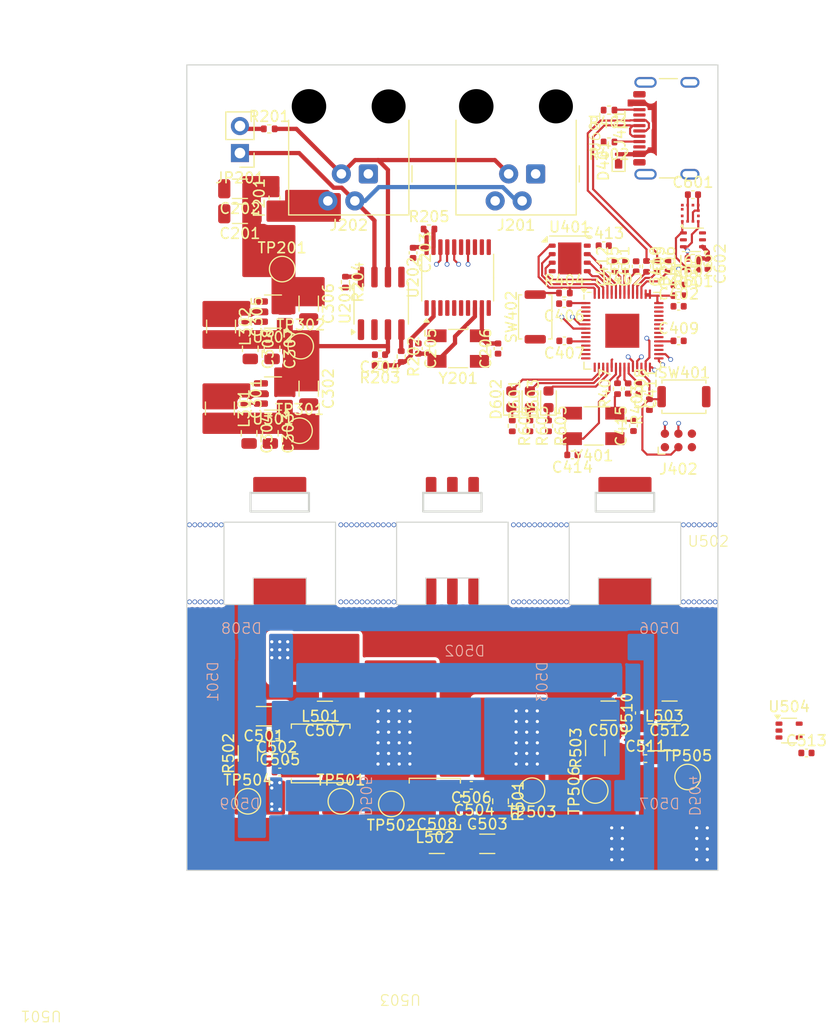
<source format=kicad_pcb>
(kicad_pcb (version 20240108) (generator "pcbnew") (generator_version "8.0")
  (layers (0 "F.Cu" signal) (1 "In1.Cu" signal) (2 "In2.Cu" signal) (31 "B.Cu" signal) (34 "B.Paste" user) (35 "F.Paste" user) (36 "B.SilkS" user "B.Silkscreen") (37 "F.SilkS" user "F.Silkscreen") (38 "B.Mask" user) (39 "F.Mask" user) (44 "Edge.Cuts" user))
  (net 0 "")
  (net 1 "+3V3")
  (net 2 "GND")
  (net 3 "+SYSTEM")
  (net 4 "Net-(U202-OSC2)")
  (net 5 "+1V1")
  (net 6 "Net-(U202-OSC1)")
  (net 7 "Net-(U301-BST)")
  (net 8 "+5V")
  (net 9 "Net-(U301-SW)")
  (net 10 "Net-(U302-SW)")
  (net 11 "Net-(U302-BST)")
  (net 12 "/Microcontroller/XIN")
  (net 13 "/Microcontroller/XOUT_R")
  (net 14 "Net-(U501-BOOT)")
  (net 15 "Net-(U501-SW)")
  (net 16 "Net-(U502-BOOT)")
  (net 17 "Net-(U502-SW)")
  (net 18 "Net-(D501-A)")
  (net 19 "Net-(D502-A)")
  (net 20 "Net-(U503-SW)")
  (net 21 "Net-(U503-BOOT)")
  (net 22 "Net-(D506-A)")
  (net 23 "Net-(D401-A)")
  (net 24 "Net-(D501-K)")
  (net 25 "Net-(D502-K)")
  (net 26 "Net-(D503-K)")
  (net 27 "Net-(D504-K)")
  (net 28 "Net-(D505-K)")
  (net 29 "Net-(D506-K)")
  (net 30 "Net-(D601-K)")
  (net 31 "Net-(D602-K)")
  (net 32 "Net-(D603-K)")
  (net 33 "Net-(F201-Pad1)")
  (net 34 "/CAN_bus/CANH")
  (net 35 "/CAN_bus/CANL")
  (net 38 "Net-(J401-CC2)")
  (net 39 "/Microcontroller/USB_D+")
  (net 40 "/Microcontroller/USB_D-")
  (net 44 "Net-(J401-CC1)")
  (net 47 "/Microcontroller/SWD")
  (net 48 "/Microcontroller/SWCLK")
  (net 50 "/Microcontroller/~{RESET}")
  (net 51 "Net-(JP201-B)")
  (net 52 "Net-(U202-RXCAN)")
  (net 53 "Net-(U201-RXD)")
  (net 54 "Net-(U201-Rs)")
  (net 55 "Net-(U202-~{RESET})")
  (net 56 "Net-(R404-Pad1)")
  (net 57 "/Microcontroller/FLASH_~{CS}")
  (net 58 "/Microcontroller/RP2040_D+")
  (net 59 "/Microcontroller/RP2040_D-")
  (net 60 "/Microcontroller/XOUT")
  (net 62 "Net-(U201-TXD)")
  (net 71 "/Microcontroller/FLASH_IO3")
  (net 72 "/Microcontroller/FLASH_IO1")
  (net 73 "/Microcontroller/FLASH_IO2")
  (net 74 "/Microcontroller/FLASH_CLK")
  (net 75 "/Microcontroller/FLASH_IO0")
  (net 76 "/Microcontroller/GPIO9")
  (net 77 "/Microcontroller/GPIO3")
  (net 78 "/Microcontroller/GPIO23")
  (net 79 "/Microcontroller/GPIO29_ADC3")
  (net 80 "/Microcontroller/GPIO7")
  (net 81 "/Microcontroller/GPIO21")
  (net 82 "/Microcontroller/GPIO8")
  (net 83 "/Microcontroller/GPIO25")
  (net 84 "/Microcontroller/GPIO22")
  (net 85 "/Microcontroller/GPIO6")
  (net 86 "/Microcontroller/GPIO20")
  (net 87 "/Microcontroller/GPIO0")
  (net 88 "/Microcontroller/GPIO27_ADC1")
  (net 89 "/Microcontroller/GPIO2")
  (net 90 "/Microcontroller/GPIO24")
  (net 91 "/Microcontroller/GPIO1")
  (net 92 "/Microcontroller/GPIO28_ADC2")
  (net 101 "/SCL")
  (net 102 "/SDA")
  (net 103 "/MOSI")
  (net 104 "/MISO")
  (net 105 "/SCK")
  (net 106 "/~{CS}")
  (net 107 "/~{INT}")
  (net 108 "/PWM_RED")
  (net 109 "/PWM_AMBER")
  (net 110 "/PWM_WHITE")
  (net 111 "/STATUS2")
  (net 112 "/STATUS3")
  (net 113 "/STATUS1")
  (net 114 "/LED_TEMP")
  (footprint "Resistor_SMD:R_0402_1005Metric" (layer "F.Cu") (at 105.8 47.435)
    (property "Reference" "R205")
    (property "Value" "10k")
  )
  (footprint "Capacitor_SMD:C_1206_3216Metric" (layer "F.Cu") (at 106.535 105.25)
    (property "Reference" "C508")
    (property "Value" "10u")
  )
  (footprint "Capacitor_SMD:C_0402_1005Metric" (layer "F.Cu") (at 110.055 103.25)
    (property "Reference" "C504")
    (property "Value" "100n")
  )
  (footprint "Capacitor_SMD:C_0402_1005Metric" (layer "F.Cu") (at 129.3 52.7)
    (property "Reference" "C403")
    (property "Value" "100n")
  )
  (footprint "Button_Switch_SMD:SW_Push_SPST_NO_Alps_SKRK" (layer "F.Cu") (at 115.8 55.7 90)
    (property "Reference" "SW402")
    (property "Value" "SW_Push")
  )
  (footprint "Crystal:Crystal_SMD_Abracon_ABM3B-4Pin_5.0x3.2mm" (layer "F.Cu") (at 108.55 58.675 180)
    (property "Reference" "Y201")
    (property "Value" "8M")
  )
  (footprint "footprints:MC3479" (layer "F.Cu") (at 130.4 45.95 90)
    (property "Reference" "U601")
    (property "Value" "MC3479")
  )
  (footprint "Capacitor_SMD:C_0402_1005Metric" (layer "F.Cu") (at 88.3625 63.38 -90)
    (property "Reference" "C301")
    (property "Value" "100n")
  )
  (footprint "Package_TO_SOT_SMD:TSOT-23-6" (layer "F.Cu") (at 91.1125 55.2 180)
    (property "Reference" "U302")
    (property "Value" "AP63205WU")
  )
  (footprint "Diode_SMD:Nexperia_DSN1608-2_1.6x0.8mm" (layer "F.Cu") (at 123.65 41 90)
    (property "Reference" "D401")
    (property "Value" "D_Schottky")
  )
  (footprint "Resistor_SMD:R_0402_1005Metric" (layer "F.Cu") (at 126.28 50.95 -90)
    (property "Reference" "R405")
    (property "Value" "27")
  )
  (footprint "Resistor_SMD:R_0402_1005Metric" (layer "F.Cu") (at 97.935 52.425 -90)
    (property "Reference" "R204")
    (property "Value" "10k")
  )
  (footprint "Capacitor_SMD:C_0402_1005Metric" (layer "F.Cu") (at 125.05 65.95 90)
    (property "Reference" "C415")
    (property "Value" "10p")
  )
  (footprint "Capacitor_SMD:C_1206_3216Metric" (layer "F.Cu") (at 96 92.75 180)
    (property "Reference" "C507")
    (property "Value" "10u")
  )
  (footprint "Resistor_SMD:R_1206_3216Metric" (layer "F.Cu") (at 88.75 96.75 90)
    (property "Reference" "R502")
    (property "Value" "200m")
  )
  (footprint "Resistor_SMD:R_0402_1005Metric" (layer "F.Cu") (at 113.64 65.95 -90)
    (property "Reference" "R604")
    (property "Value" "120")
  )
  (footprint "Inductor_SMD:L_1210_3225Metric" (layer "F.Cu") (at 86.225 56.6 -90)
    (property "Reference" "L302")
    (property "Value" "4u7")
  )
  (footprint "Capacitor_SMD:C_0402_1005Metric" (layer "F.Cu") (at 91.48 95 180)
    (property "Reference" "C502")
    (property "Value" "100n")
  )
  (footprint "Capacitor_SMD:C_0402_1005Metric" (layer "F.Cu") (at 130.65 44.2)
    (property "Reference" "C601")
    (property "Value" "100n")
  )
  (footprint "Capacitor_SMD:C_1206_3216Metric" (layer "F.Cu") (at 94.475 54.45 -90)
    (property "Reference" "C306")
    (property "Value" "10u")
  )
  (footprint "Capacitor_SMD:C_0402_1005Metric" (layer "F.Cu") (at 126.2 97.235)
    (property "Reference" "C511")
    (property "Value" "100n")
  )
  (footprint "Capacitor_SMD:C_0402_1005Metric" (layer "F.Cu") (at 124.55 62.43 -90)
    (property "Reference" "C408")
    (property "Value" "100n")
  )
  (footprint "Capacitor_SMD:C_0402_1005Metric" (layer "F.Cu") (at 129.3 54.7)
    (property "Reference" "C402")
    (property "Value" "100n")
  )
  (footprint "Capacitor_SMD:C_1206_3216Metric" (layer "F.Cu") (at 128.45 92.735 180)
    (property "Reference" "C512")
    (property "Value" "10u")
  )
  (footprint "Package_TO_SOT_SMD:TSOT-23-6" (layer "F.Cu") (at 91.1125 62.9 180)
    (property "Reference" "U301")
    (property "Value" "AP63203WU")
  )
  (footprint "Capacitor_SMD:C_0402_1005Metric" (layer "F.Cu") (at 124.3 50.95 90)
    (property "Reference" "C405")
    (property "Value" "100n")
  )
  (footprint "Resistor_SMD:R_0402_1005Metric" (layer "F.Cu") (at 126.55 63.95 90)
    (property "Reference" "R403")
    (property "Value" "10k")
  )
  (footprint "Resistor_SMD:R_0402_1005Metric" (layer "F.Cu") (at 101.185 60.25 180)
    (property "Reference" "R203")
    (property "Value" "10k")
  )
  (footprint "TestPoint:TestPoint_Pad_D2.0mm" (layer "F.Cu") (at 97.5 101.25)
    (property "Reference" "TP501")
    (property "Value" "TPLED2+")
  )
  (footprint "Capacitor_SMD:C_0402_1005Metric" (layer "F.Cu") (at 119.3 68.68 180)
    (property "Reference" "C414")
    (property "Value" "10p")
  )
  (footprint "Capacitor_SMD:C_0402_1005Metric" (layer "F.Cu") (at 125.6 92.95 90)
    (property "Reference" "C510")
    (property "Value" "100n")
  )
  (footprint "Inductor_SMD:L_Coilcraft_XAL4040-XXX" (layer "F.Cu") (at 106.35 101.5 180)
    (property "Reference" "L502")
    (property "Value" "15u")
  )
  (footprint "Capacitor_SMD:C_0402_1005Metric" (layer "F.Cu") (at 129.3 53.7)
    (property "Reference" "C404")
    (property "Value" "100n")
  )
  (footprint "Capacitor_SMD:C_0805_2012Metric" (layer "F.Cu") (at 88.975 58.7 -90)
    (property "Reference" "C308")
    (property "Value" "22u")
  )
  (footprint "Resistor_SMD:R_0402_1005Metric" (layer "F.Cu") (at 117.05 65.95 -90)
    (property "Reference" "R605")
    (property "Value" "120")
  )
  (footprint "Resistor_SMD:R_0402_1005Metric" (layer "F.Cu") (at 115.3 65.95 -90)
    (property "Reference" "R603")
    (property "Value" "120")
  )
  (footprint "OptoDevice:Lite-On_LTR-303ALS-01" (layer "F.Cu") (at 130.65 48.45 180)
    (property "Reference" "U602")
    (property "Value" "LTR-303ALS-01")
  )
  (footprint "Capacitor_SMD:C_1206_3216Metric" (layer "F.Cu") (at 94.475 62.45 -90)
    (property "Reference" "C302")
    (property "Value" "10u")
  )
  (footprint "Fuse:Fuse_0603_1608Metric" (layer "F.Cu") (at 91.25 44.5 90)
    (property "Reference" "F201")
    (property "Value" "4A")
  )
  (footprint "footprints:VQFN-HR-6pin-TexasInstruments" (layer "F.Cu") (at 91.275 96.75 180)
    (property "Reference" "U501")
    (property "Value" "TPS92200")
  )
  (footprint "Capacitor_SMD:C_0805_2012Metric" (layer "F.Cu") (at 90.8625 66.65 -90)
    (property "Reference" "C303")
    (property "Value" "22u")
  )
  (footprint "Package_SO:SOIC-8_3.9x4.9mm_P1.27mm" (layer "F.Cu") (at 101.3 54.425 90)
    (property "Reference" "U201")
    (property "Value" "MCP2551-I-SN")
  )
  (footprint "Resistor_SMD:R_0402_1005Metric" (layer "F.Cu") (at 130.65 50.2 180)
    (property "Reference" "R602")
    (property "Value" "5k1")
  )
  (footprint "Capacitor_SMD:C_0402_1005Metric" (layer "F.Cu") (at 88.45 55.68 -90)
    (property "Reference" "C305")
    (property "Value" "100n")
  )
  (footprint "Capacitor_SMD:C_1206_3216Metric" (layer "F.Cu") (at 111.285 105.25)
    (property "Reference" "C503")
    (property "Value" "10u")
  )
  (footprint "TestPoint:TestPoint_Pad_D2.0mm" (layer "F.Cu") (at 121.45 100.235 90)
    (property "Reference" "TP506")
    (property "Value" "TPLED3-")
  )
  (footprint "Button_Switch_SMD:SW_Push_SPST_NO_Alps_SKRK" (layer "F.Cu") (at 129.8 63.2)
    (property "Reference" "SW401")
    (property "Value" "SW_Push")
  )
  (footprint "Connector_RJ:RJ9_Evercom_5301-440xxx_Horizontal" (layer "F.Cu") (at 100.09 42.25 180)
    (property "Reference" "J202")
    (property "Value" "RJ9")
  )
  (footprint "TestPoint:TestPoint_Pad_D2.0mm" (layer "F.Cu") (at 130.15 98.965)
    (property "Reference" "TP505")
    (property "Value" "TPLED3+")
  )
  (footprint "LED_SMD:LED_0603_1608Metric" (layer "F.Cu") (at 117.05 63.45 90)
    (property "Reference" "D603")
    (property "Value" "B")
  )
  (footprint "Capacitor_SMD:C_0402_1005Metric" (layer "F.Cu") (at 125.3 50.95 90)
    (property "Reference" "C401")
    (property "Value" "100n")
  )
  (footprint "TestPoint:TestPoint_Pad_D2.0mm" (layer "F.Cu") (at 93.725 58.45)
    (property "Reference" "TP302")
    (property "Value" "TP5V")
  )
  (footprint "Capacitor_SMD:C_0402_1005Metric" (layer "F.Cu") (at 118.53 54.45 180)
    (property "Reference" "C406")
    (property "Value" "100n")
  )
  (footprint "Capacitor_SMD:C_1206_3216Metric" (layer "F.Cu") (at 88 46 180)
    (property "Reference" "C201")
    (property "Value" "10u")
  )
  (footprint "Capacitor_SMD:C_1206_3216Metric" (layer "F.Cu") (at 122.7 92.735 180)
    (property "Reference" "C509")
    (property "Value" "10u")
  )
  (footprint "Connector_RJ:RJ9_Evercom_5301-440xxx_Horizontal" (layer "F.Cu") (at 115.84 42.25 180)
    (property "Reference" "J201")
    (property "Value" "RJ9")
  )
  (footprint "Inductor_SMD:L_Changjiang_FNR5045S" (layer "F.Cu") (at 95.6 96.75)
    (property "Reference" "L501")
    (property "Value" "20u")
  )
  (footprint "Resistor_SMD:R_0402_1005Metric" (layer "F.Cu") (at 123.55 62.45 90)
    (property "Reference" "R407")
    (property "Value" "1k")
  )
  (footprint "TestPoint:TestPoint_Pad_D2.0mm" (layer "F.Cu") (at 93.6125 66.4)
    (property "Reference" "TP301")
    (property "Value" "TP3V3")
  )
  (footprint "Resistor_SMD:R_0402_1005Metric" (layer "F.Cu") (at 127.28 50.95 -90)
    (property "Reference" "R406")
    (property "Value" "27")
  )
  (footprint "Capacitor_SMD:C_0805_2012Metric" (layer "F.Cu") (at 91.025 58.7 -90)
    (property "Reference" "C307")
    (property "Value" "22u")
  )
  (footprint "LED_SMD:LED_0603_1608Metric" (layer "F.Cu") (at 113.55 63.45 90)
    (property "Reference" "D602")
    (property "Value" "G")
  )
  (footprint "Capacitor_SMD:C_0402_1005Metric" (layer "F.Cu") (at 112.3 58.675 90)
    (property "Reference" "C206")
    (property "Value" "10p")
  )
  (footprint "Capacitor_SMD:C_0402_1005Metric" (layer "F.Cu") (at 141.335 96.705)
    (property "Reference" "C513")
    (property "Value" "100n")
  )
  (footprint "Capacitor_SMD:C_0402_1005Metric" (layer "F.Cu") (at 109.785 99.75 180)
    (property "Reference" "C506")
    (property "Value" "100n")
  )
  (footprint "Inductor_SMD:L_1210_3225Metric" (layer "F.Cu") (at 86.1125 64.3 -90)
    (property "Reference" "L301")
    (property "Value" "4u7")
  )
  (footprint "Resistor_SMD:R_0402_1005Metric" (layer "F.Cu") (at 130.65 51.2 180)
    (property "Reference" "R601")
    (property "Value" "5k1")
  )
  (footprint "TestPoint:TestPoint_Pad_D2.0mm" (layer "F.Cu") (at 88.75 101.25)
    (property "Reference" "TP504")
    (property "Value" "TPLED2-")
  )
  (footprint "Resistor_SMD:R_1206_3216Metric" (layer "F.Cu") (at 121.45 96.235 90)
    (property "Reference" "R503")
    (property "Value" "200m")
  )
  (footprint "Connector_USB:USB_C_Receptacle_GCT_USB4105-xx-A_16P_TopMnt_Horizontal" (layer "F.Cu") (at 129.29 37.96 90)
    (property "Reference" "J401")
    (property "Value" "USB_C_Receptacle_USB2.0_16P")
  )
  (footprint "Resistor_SMD:R_0402_1005Metric" (layer "F.Cu") (at 90.76 38.015)
    (property "Reference" "R201")
    (property "Value" "120")
  )
  (footprint "Inductor_SMD:L_Sunlord_SWPA252012S" (layer "F.Cu") (at 127.95 95.235)
    (property "Reference" "L503")
    (property "Value" "5.6u")
  )
  (footprint "Capacitor_SMD:C_0805_2012Metric" (layer "F.Cu") (at 88.8625 66.65 -90)
    (property "Reference" "C304")
    (property "Value" "22u")
  )
  (footprint "Capacitor_SMD:C_1206_3216Metric" (layer "F.Cu") (at 90.25 93.25 180)
    (property "Reference" "C501")
    (property "Value" "10u")
  )
  (footprint "Connector:Tag-Connect_TC2030-IDC-NL_2x03_P1.27mm_Vertical" (layer "F.Cu") (at 129.28 67.315)
    (property "Reference" "J402")
    (property "Value" "TagConnect_SWD")
  )
  (footprint "Capacitor_SMD:C_0402_1005Metric" (layer "F.Cu") (at 101.185 59.25 180)
    (property "Reference" "C204")
    (property "Value" "100n")
  )
  (footprint "TestPoint:TestPoint_Pad_D2.0mm" (layer "F.Cu") (at 91.975 51.2)
    (property "Reference" "TP201")
    (property "Value" "TPVin")
  )
  (footprint "LED_SMD:LED_0603_1608Metric" (layer "F.Cu") (at 115.3 63.45 90)
    (property "Reference" "D601")
    (property "Value" "R")
  )
  (footprint "Package_DFN_QFN:QFN-56-1EP_7x7mm_P0.4mm_EP3.2x3.2mm" (layer "F.Cu") (at 124 57)
    (property "Reference" "U402")
    (property "Value" "RP2040")
  )
  (footprint "Package_SON:WSON-8-1EP_4x4mm_P0.8mm_EP2.2x3mm" (layer "F.Cu") (at 119.05 50.2)
    (property "Reference" "U401")
    (property "Value" "W25Q64JVXGIQ")
  )
  (footprint "Capacitor_SMD:C_1206_3216Metric" (layer "F.Cu") (at 88 43.65 180)
    (property "Reference" "C202")
    (property "Value" "10u")
  )
  (footprint "Resistor_SMD:R_0402_1005Metric" (layer "F.Cu") (at 122.75 39.25 180)
    (property "Reference" "R402")
    (property "Value" "5k1")
  )
  (footprint "Capacitor_SMD:C_0402_1005Metric" (layer "F.Cu") (at 104.8 58.675 -90)
    (property "Reference" "C205")
    (property "Value" "10p")
  )
  (footprint "Package_TO_SOT_SMD:SOT-353_SC-70-5" (layer "F.Cu") (at 139.7 94.6)
    (property "Reference" "U504")
    (property "Value" "TMP236")
  )
  (footprint "Crystal:Crystal_SMD_Abracon_ABM3B-4Pin_5.0x3.2mm" (layer "F.Cu") (at 121.3 65.95 180)
    (property "Reference" "Y401")
    (property "Value" "12M")
  )
  (footprint "Connector_PinHeader_2.54mm:PinHeader_1x02_P2.54mm_Vertical" (layer "F.Cu") (at 88 40.29 180)
    (property "Reference" "JP201")
    (property "Value" "Jumper_termination")
  )
  (footprint "footprints:VQFN-HR-6pin-TexasInstruments" (layer "F.Cu") (at 110.1 101.5)
    (property "Reference" "U502")
    (property "Value" "TPS92200")
  )
  (footprint "Package_SO:TSSOP-20_4.4x6.5mm_P0.65mm" (layer "F.Cu") (at 108.5 52 90)
    (property "Reference" "U202")
    (property "Value" "MCP2515-xST")
  )
  (footprint "TestPoint:TestPoint_Pad_D2.0mm" (layer "F.Cu") (at 115.5 100.25 180)
    (property "Reference" "TP503")
    (property "Value" "TPLED1-")
  )
  (footprint "Capacitor_SMD:C_0402_1005Metric" (layer "F.Cu") (at 118.55 57.95 180)
    (property "Reference" "C407")
    (property "Value" "100n")
  )
  (footprint "footprints:VQFN-HR-6pin-TexasInstruments" (layer "F.Cu") (at 125.1 95.2 180)
    (property "Reference" "U503")
    (property "Value" "TPS92200")
  )
  (footprint "Capacitor_SMD:C_0402_1005Metric" (layer "F.Cu") (at 129.3 57.95)
    (property "Reference" "C409")
    (property "Value" "100n")
  )
  (footprint "Capacitor_SMD:C_0402_1005Metric" (layer "F.Cu") (at 132.05 50.7 -90)
    (property "Reference" "C602")
    (property "Value" "100n")
  )
  (footprint "TestPoint:TestPoint_Pad_D2.0mm" (layer "F.Cu") (at 102.25 101.5 180)
    (property "Reference" "TP502")
    (property "Value" "TPLED1+")
  )
  (footprint "Resistor_SMD:R_0402_1005Metric" (layer "F.Cu") (at 122.75 36.25 180)
    (property "Reference" "R401")
    (property "Value" "5k1")
  )
  (footprint "Capacitor_SMD:C_0402_1005Metric" (layer "F.Cu") (at 104.3 49.675 -90)
    (property "Reference" "C203")
    (property "Value" "100n")
  )
  (footprint "Resistor_SMD:R_0805_2012Metric" (layer "F.Cu") (at 112.535 101.25 -90)
    (property "Reference" "R501")
    (property "Value" "100m")
  )
  (footprint "Capacitor_SMD:C_0402_1005Metric" (layer "F.Cu") (at 125.55 62.45 -90)
    (property "Reference" "C411")
    (property "Value" "100n")
  )
  (footprint "Capacitor_SMD:C_0402_1005Metric" (layer "F.Cu") (at 128.3 50.95 90)
    (property "Reference" "C410")
    (property "Value" "1u")
  )
  (footprint "Capacitor_SMD:C_0402_1005Metric" (layer "F.Cu") (at 122.25 49)
    (property "Reference" "C413")
    (property "Value" "100n")
  )
  (footprint "Capacitor_SMD:C_0402_1005Metric" (layer "F.Cu") (at 123.3 50.95 90)
    (property "Reference" "C412")
    (property "Value" "100n")
  )
  (footprint "Capacitor_SMD:C_0402_1005Metric" (layer "F.Cu") (at 91.75 98.5)
    (property "Reference" "C505")
    (property "Value" "100n")
  )
  (footprint "Resistor_SMD:R_0402_1005Metric" (layer "F.Cu") (at 118.55 53.45)
    (property "Reference" "R404")
    (property "Value" "1k")
  )
  (footprint "Resistor_SMD:R_0402_1005Metric" (layer "F.Cu") (at 103.185 59.425 -90)
    (property "Reference" "R202")
    (property "Value" "5k1")
  )
  (footprint "footprints:KR DMLQ32. 23" (layer "B.Cu") (at 92 100.75 90)
    (property "Reference" "D505")
    (property "Value" "LED-red")
  )
  (footprint "footprints:LUXEON 7070" (layer "B.Cu") (at 110.66 94.875 180)
    (property "Reference" "D502")
    (property "Value" "LED-main")
  )
  (footprint "footprints:JE2835_Amber" (layer "B.Cu") (at 88 103.5 180)
    (property "Reference" "D509")
    (property "Value" "LED-amber")
  )
  (footprint "footprints:JE2835_Amber" (layer "B.Cu") (at 88.14 87 180)
    (property "Reference" "D508")
    (property "Value" "LED-amber")
  )
  (footprint "footprints:JE2835_Amber" (layer "B.Cu") (at 127.5 87 180)
    (property "Reference" "D506")
    (property "Value" "LED-amber")
  )
  (footprint "footprints:KR DMLQ32. 23" (layer "B.Cu") (at 124.3 90 -90)
    (property "Reference" "D503")
    (property "Value" "LED-red")
  )
  (footprint "footprints:JE2835_Amber" (layer "B.Cu") (at 127.5 103.5 180)
    (property "Reference" "D507")
    (property "Value" "LED-amber")
  )
  (footprint "footprints:KR DMLQ32. 23" (layer "B.Cu") (at 122.95 100.75 90)
    (property "Reference" "D504")
    (property "Value" "LED-red")
  )
  (footprint "footprints:KR DMLQ32. 23" (layer "B.Cu") (at 93.3 90 -90)
    (property "Reference" "D501")
    (property "Value" "LED-red")
  )
  (gr_line (start 126.75 82.75) (end 129.5 82.75) (stroke (width 0.1)) (layer "Edge.Cuts"))
  (gr_line (start 119 82.75) (end 121.75 82.75) (stroke (width 0.1)) (layer "Edge.Cuts"))
  (gr_rect (start 89 72.25) (end 94.5 74) (stroke (width 0.2)) (fill none) (layer "Edge.Cuts"))
  (gr_line (start 126.75 80.25) (end 126.75 82.75) (stroke (width 0.1)) (layer "Edge.Cuts"))
  (gr_line (start 113.25 75) (end 102.75 75) (stroke (width 0.1)) (layer "Edge.Cuts"))
  (gr_line (start 119 82.75) (end 119 75) (stroke (width 0.1)) (layer "Edge.Cuts"))
  (gr_rect (start 121.5 72.25) (end 127 74) (stroke (width 0.2)) (fill none) (layer "Edge.Cuts"))
  (gr_line (start 86.5 82.75) (end 89.25 82.75) (stroke (width 0.1)) (layer "Edge.Cuts"))
  (gr_line (start 133 107.75) (end 133 82.75) (stroke (width 0.1)) (layer "Edge.Cuts"))
  (gr_line (start 133 75) (end 133 32) (stroke (width 0.1)) (layer "Edge.Cuts"))
  (gr_line (start 105.5 80.25) (end 110.5 80.25) (stroke (width 0.1)) (layer "Edge.Cuts"))
  (gr_line (start 86.5 82.75) (end 86.5 75) (stroke (width 0.1)) (layer "Edge.Cuts"))
  (gr_line (start 113.25 75) (end 113.25 82.75) (stroke (width 0.1)) (layer "Edge.Cuts"))
  (gr_line (start 129.5 75) (end 119 75) (stroke (width 0.1)) (layer "Edge.Cuts"))
  (gr_line (start 94.25 80.25) (end 94.25 82.75) (stroke (width 0.1)) (layer "Edge.Cuts"))
  (gr_line (start 133 82.75) (end 133 75) (stroke (width 0.1)) (layer "Edge.Cuts"))
  (gr_line (start 83 82.75) (end 83 75) (stroke (width 0.1)) (layer "Edge.Cuts"))
  (gr_line (start 110.5 80.25) (end 110.5 82.75) (stroke (width 0.1)) (layer "Edge.Cuts"))
  (gr_line (start 97 75) (end 86.5 75) (stroke (width 0.1)) (layer "Edge.Cuts"))
  (gr_line (start 94.25 82.75) (end 97 82.75) (stroke (width 0.1)) (layer "Edge.Cuts"))
  (gr_line (start 97 75) (end 97 82.75) (stroke (width 0.1)) (layer "Edge.Cuts"))
  (gr_line (start 83 107.75) (end 133 107.75) (stroke (width 0.1)) (layer "Edge.Cuts"))
  (gr_rect (start 105.25 72.25) (end 110.75 74) (stroke (width 0.2)) (fill none) (layer "Edge.Cuts"))
  (gr_line (start 83 32) (end 83 75) (stroke (width 0.1)) (layer "Edge.Cuts"))
  (gr_line (start 83 82.75) (end 83 107.75) (stroke (width 0.1)) (layer "Edge.Cuts"))
  (gr_line (start 102.75 82.75) (end 102.75 75) (stroke (width 0.1)) (layer "Edge.Cuts"))
  (gr_line (start 102.75 82.75) (end 105.5 82.75) (stroke (width 0.1)) (layer "Edge.Cuts"))
  (gr_line (start 110.5 82.75) (end 113.25 82.75) (stroke (width 0.1)) (layer "Edge.Cuts"))
  (gr_line (start 129.5 75) (end 129.5 82.75) (stroke (width 0.1)) (layer "Edge.Cuts"))
  (gr_line (start 121.75 82.75) (end 121.75 80.25) (stroke (width 0.1)) (layer "Edge.Cuts"))
  (gr_line (start 89.25 82.75) (end 89.25 80.25) (stroke (width 0.1)) (layer "Edge.Cuts"))
  (gr_line (start 89.25 80.25) (end 94.25 80.25) (stroke (width 0.1)) (layer "Edge.Cuts"))
  (gr_line (start 133 32) (end 83 32) (stroke (width 0.1)) (layer "Edge.Cuts"))
  (gr_line (start 105.5 82.75) (end 105.5 80.25) (stroke (width 0.1)) (layer "Edge.Cuts"))
  (gr_line (start 121.75 80.25) (end 126.75 80.25) (stroke (width 0.1)) (layer "Edge.Cuts"))
  (via (at 98.5 75.25) (size 0.45) (drill 0.3) (layers "F.Cu" "B.Cu") (net 0))
  (via (at 130.25 82.5) (size 0.45) (drill 0.3) (layers "F.Cu" "B.Cu") (net 0))
  (via (at 116.25 82.5) (size 0.45) (drill 0.3) (layers "F.Cu" "B.Cu") (net 0))
  (via (at 84.25 75.25) (size 0.45) (drill 0.3) (layers "F.Cu" "B.Cu") (net 0))
  (via (at 97.5 75.25) (size 0.45) (drill 0.3) (layers "F.Cu" "B.Cu") (net 0))
  (via (at 83.75 75.25) (size 0.45) (drill 0.3) (layers "F.Cu" "B.Cu") (net 0))
  (via (at 118.25 75.25) (size 0.45) (drill 0.3) (layers "F.Cu" "B.Cu") (net 0))
  (via (at 100 82.5) (size 0.45) (drill 0.3) (layers "F.Cu" "B.Cu") (net 0))
  (via (at 117.75 75.25) (size 0.45) (drill 0.3) (layers "F.Cu" "B.Cu") (net 0))
  (via (at 117.25 82.5) (size 0.45) (drill 0.3) (layers "F.Cu" "B.Cu") (net 0))
  (via (at 83.75 82.5) (size 0.45) (drill 0.3) (layers "F.Cu" "B.Cu") (net 0))
  (via (at 84.75 75.25) (size 0.45) (drill 0.3) (layers "F.Cu" "B.Cu") (net 0))
  (via (at 118.75 82.5) (size 0.45) (drill 0.3) (layers "F.Cu" "B.Cu") (net 0))
  (via (at 132.25 82.5) (size 0.45) (drill 0.3) (layers "F.Cu" "B.Cu") (net 0))
  (via (at 101.5 75.25) (size 0.45) (drill 0.3) (layers "F.Cu" "B.Cu") (net 0))
  (via (at 100 75.25) (size 0.45) (drill 0.3) (layers "F.Cu" "B.Cu") (net 0))
  (via (at 113.75 82.5) (size 0.45) (drill 0.3) (layers "F.Cu" "B.Cu") (net 0))
  (via (at 114.75 82.5) (size 0.45) (drill 0.3) (layers "F.Cu" "B.Cu") (net 0))
  (via (at 131.75 75.25) (size 0.45) (drill 0.3) (layers "F.Cu" "B.Cu") (net 0))
  (via (at 84.75 82.5) (size 0.45) (drill 0.3) (layers "F.Cu" "B.Cu") (net 0))
  (via (at 99 75.25) (size 0.45) (drill 0.3) (layers "F.Cu" "B.Cu") (net 0))
  (via (at 114.75 75.25) (size 0.45) (drill 0.3) (layers "F.Cu" "B.Cu") (net 0))
  (via (at 117.75 82.5) (size 0.45) (drill 0.3) (layers "F.Cu" "B.Cu") (net 0))
  (via (at 115.25 82.5) (size 0.45) (drill 0.3) (layers "F.Cu" "B.Cu") (net 0))
  (via (at 85.75 82.5) (size 0.45) (drill 0.3) (layers "F.Cu" "B.Cu") (net 0))
  (via (at 102.5 75.25) (size 0.45) (drill 0.3) (layers "F.Cu" "B.Cu") (net 0))
  (via (at 101 82.5) (size 0.45) (drill 0.3) (layers "F.Cu" "B.Cu") (net 0))
  (via (at 99.5 75.25) (size 0.45) (drill 0.3) (layers "F.Cu" "B.Cu") (net 0))
  (via (at 98.5 82.5) (size 0.45) (drill 0.3) (layers "F.Cu" "B.Cu") (net 0))
  (via (at 115.25 75.25) (size 0.45) (drill 0.3) (layers "F.Cu" "B.Cu") (net 0))
  (via (at 116.75 75.25) (size 0.45) (drill 0.3) (layers "F.Cu" "B.Cu") (net 0))
  (via (at 85.25 75.25) (size 0.45) (drill 0.3) (layers "F.Cu" "B.Cu") (net 0))
  (via (at 114.25 82.5) (size 0.45) (drill 0.3) (layers "F.Cu" "B.Cu") (net 0))
  (via (at 130.25 75.25) (size 0.45) (drill 0.3) (layers "F.Cu" "B.Cu") (net 0))
  (via (at 132.75 82.5) (size 0.45) (drill 0.3) (layers "F.Cu" "B.Cu") (net 0))
  (via (at 100.5 75.25) (size 0.45) (drill 0.3) (layers "F.Cu" "B.Cu") (net 0))
  (via (at 114.25 75.25) (size 0.45) (drill 0.3) (layers "F.Cu" "B.Cu") (net 0))
  (via (at 83.25 82.5) (size 0.45) (drill 0.3) (layers "F.Cu" "B.Cu") (net 0))
  (via (at 100.5 82.5) (size 0.45) (drill 0.3) (layers "F.Cu" "B.Cu") (net 0))
  (via (at 116.25 75.25) (size 0.45) (drill 0.3) (layers "F.Cu" "B.Cu") (net 0))
  (via (at 131.25 82.5) (size 0.45) (drill 0.3) (layers "F.Cu" "B.Cu") (net 0))
  (via (at 132.75 75.25) (size 0.45) (drill 0.3) (layers "F.Cu" "B.Cu") (net 0))
  (via (at 102.5 82.5) (size 0.45) (drill 0.3) (layers "F.Cu" "B.Cu") (net 0))
  (via (at 101 75.25) (size 0.45) (drill 0.3) (layers "F.Cu" "B.Cu") (net 0))
  (via (at 115.75 82.5) (size 0.45) (drill 0.3) (layers "F.Cu" "B.Cu") (net 0))
  (via (at 85.25 82.5) (size 0.45) (drill 0.3) (layers "F.Cu" "B.Cu") (net 0))
  (via (at 101.5 82.5) (size 0.45) (drill 0.3) (layers "F.Cu" "B.Cu") (net 0))
  (via (at 102 75.25) (size 0.45) (drill 0.3) (layers "F.Cu" "B.Cu") (net 0))
  (via (at 98 75.25) (size 0.45) (drill 0.3) (layers "F.Cu" "B.Cu") (net 0))
  (via (at 116.75 82.5) (size 0.45) (drill 0.3) (layers "F.Cu" "B.Cu") (net 0))
  (via (at 99 82.5) (size 0.45) (drill 0.3) (layers "F.Cu" "B.Cu") (net 0))
  (via (at 99.5 82.5) (size 0.45) (drill 0.3) (layers "F.Cu" "B.Cu") (net 0))
  (via (at 98 82.5) (size 0.45) (drill 0.3) (layers "F.Cu" "B.Cu") (net 0))
  (via (at 85.75 75.25) (size 0.45) (drill 0.3) (layers "F.Cu" "B.Cu") (net 0))
  (via (at 129.75 75.25) (size 0.45) (drill 0.3) (layers "F.Cu" "B.Cu") (net 0))
  (via (at 97.5 82.5) (size 0.45) (drill 0.3) (layers "F.Cu" "B.Cu") (net 0))
  (via (at 118.75 75.25) (size 0.45) (drill 0.3) (layers "F.Cu" "B.Cu") (net 0))
  (via (at 117.25 75.25) (size 0.45) (drill 0.3) (layers "F.Cu" "B.Cu") (net 0))
  (via (at 130.75 82.5) (size 0.45) (drill 0.3) (layers "F.Cu" "B.Cu") (net 0))
  (via (at 102 82.5) (size 0.45) (drill 0.3) (layers "F.Cu" "B.Cu") (net 0))
  (via (at 129.75 82.5) (size 0.45) (drill 0.3) (layers "F.Cu" "B.Cu") (net 0))
  (via (at 130.75 75.25) (size 0.45) (drill 0.3) (layers "F.Cu" "B.Cu") (net 0))
  (via (at 83.25 75.25) (size 0.45) (drill 0.3) (layers "F.Cu" "B.Cu") (net 0))
  (via (at 132.25 75.25) (size 0.45) (drill 0.3) (layers "F.Cu" "B.Cu") (net 0))
  (via (at 131.25 75.25) (size 0.45) (drill 0.3) (layers "F.Cu" "B.Cu") (net 0))
  (via (at 131.75 82.5) (size 0.45) (drill 0.3) (layers "F.Cu" "B.Cu") (net 0))
  (via (at 86.25 82.5) (size 0.45) (drill 0.3) (layers "F.Cu" "B.Cu") (net 0))
  (via (at 113.75 75.25) (size 0.45) (drill 0.3) (layers "F.Cu" "B.Cu") (net 0))
  (via (at 118.25 82.5) (size 0.45) (drill 0.3) (layers "F.Cu" "B.Cu") (net 0))
  (via (at 84.25 82.5) (size 0.45) (drill 0.3) (layers "F.Cu" "B.Cu") (net 0))
  (via (at 115.75 75.25) (size 0.45) (drill 0.3) (layers "F.Cu" "B.Cu") (net 0))
  (via (at 86.25 75.25) (size 0.45) (drill 0.3) (layers "F.Cu" "B.Cu") (net 0))
  (segment (start 119.08 58) (end 120.5625 58) (width 0.2) (layer "F.Cu") (net 1))
  (segment (start 124.2 61.6) (end 124.2 60.4375) (width 0.2) (layer "F.Cu") (net 1))
  (segment (start 124.6 53.5625) (end 124.6 52.13) (width 0.2) (layer "F.Cu") (net 1))
  (segment (start 124.2 51.53) (end 124.3 51.43) (width 0.2) (layer "F.Cu") (net 1))
  (segment (start 128.82 57.95) (end 128.77 58) (width 0.2) (layer "F.Cu") (net 1))
  (segment (start 132.03 50.2) (end 132.05 50.22) (width 0.4) (layer "F.Cu") (net 1))
  (segment (start 126.3375 53.7) (end 127.3 53.7) (width 0.2) (layer "F.Cu") (net 1))
  (segment (start 104.3575 49.1375) (end 104.3 49.195) (width 0.4) (layer "F.Cu") (net 1))
  (segment (start 126.2 53.5625) (end 126.6 53.5625) (width 0.2) (layer "F.Cu") (net 1))
  (segment (start 131.55 49.1) (end 132.05 49.6) (width 0.4) (layer "F.Cu") (net 1))
  (segment (start 119.01 54.45) (end 119.06 54.4) (width 0.2) (layer "F.Cu") (net 1))
  (segment (start 124.2 53.5625) (end 124.2 51.53) (width 0.2) (layer "F.Cu") (net 1))
  (segment (start 132.05 49.6) (end 132.05 50.22) (width 0.4) (layer "F.Cu") (net 1))
  (segment (start 131.16 50.2) (end 132.03 50.2) (width 0.4) (layer "F.Cu") (net 1))
  (segment (start 119.03 57.95) (end 119.08 58) (width 0.2) (layer "F.Cu") (net 1))
  (segment (start 131.16 51.2) (end 131.16 50.2) (width 0.4) (layer "F.Cu") (net 1))
  (segment (start 124.6 52.13) (end 125.3 51.43) (width 0.2) (layer "F.Cu") (net 1))
  (segment (start 128.77 58) (end 127.4375 58) (width 0.2) (layer "F.Cu") (net 1))
  (segment (start 127.3 53.7) (end 128.82 53.7) (width 0.2) (layer "F.Cu") (net 1))
  (segment (start 119.06 54.4) (end 120.5625 54.4) (width 0.2) (layer "F.Cu") (net 1))
  (segment (start 126.2 53.5625) (end 126.3375 53.7) (width 0.2) (layer "F.Cu") (net 1))
  (segment (start 124.55 61.95) (end 124.2 61.6) (width 0.2) (layer "F.Cu") (net 1))
  (segment (start 127.4375 54.4) (end 127.3 54.2625) (width 0.2) (layer "F.Cu") (net 1))
  (segment (start 105.575 47.72) (end 105.29 47.435) (width 0.4) (layer "F.Cu") (net 1))
  (segment (start 130.17 44.2) (end 130.17 46.6925) (width 0.2) (layer "F.Cu") (net 1))
  (segment (start 105.575 49.1375) (end 104.3575 49.1375) (width 0.4) (layer "F.Cu") (net 1))
  (segment (start 130.17 46.6925) (end 130.15 46.7125) (width 0.2) (layer "F.Cu") (net 1))
  (segment (start 127.3 54.2625) (end 127.3 53.7) (width 0.2) (layer "F.Cu") (net 1))
  (segment (start 105.575 49.1375) (end 105.575 47.72) (width 0.4) (layer "F.Cu") (net 1))
  (segment (start 130.65 45.8625) (end 130.8125 45.7) (width 0.2) (layer "F.Cu") (net 2))
  (segment (start 123 59.75) (end 123.05 59.7) (width 0.2) (layer "F.Cu") (net 2))
  (segment (start 130.65 46.7125) (end 130.65 45.8625) (width 0.2) (layer "F.Cu") (net 2))
  (segment (start 131.13 44.2) (end 131.13 45.6675) (width 0.2) (layer "F.Cu") (net 2))
  (segment (start 130.8125 45.7) (end 131.1625 45.7) (width 0.2) (layer "F.Cu") (net 2))
  (segment (start 131.13 45.6675) (end 131.1625 45.7) (width 0.2) (layer "F.Cu") (net 2))
  (segment (start 123 60.4375) (end 123 59.75) (width 0.2) (layer "F.Cu") (net 2))
  (segment (start 104.8 59.155) (end 105.83 59.155) (width 0.4) (layer "F.Cu") (net 4))
  (segment (start 110.125 54.8625) (end 110.125 55.659878) (width 0.4) (layer "F.Cu") (net 4))
  (segment (start 105.83 59.155) (end 106.55 59.875) (width 0.4) (layer "F.Cu") (net 4))
  (segment (start 108.25 57.534878) (end 108.25 58.175) (width 0.4) (layer "F.Cu") (net 4))
  (segment (start 110.125 55.659878) (end 108.25 57.534878) (width 0.4) (layer "F.Cu") (net 4))
  (segment (start 108.25 58.175) (end 106.55 59.875) (width 0.4) (layer "F.Cu") (net 4))
  (segment (start 126.307896 52.357) (end 127.373 52.357) (width 0.2) (layer "F.Cu") (net 5))
  (segment (start 125.55 61.97) (end 124.6 61.02) (width 0.2) (layer "F.Cu") (net 5))
  (segment (start 125.8 53.5625) (end 125.8 52.864896) (width 0.2) (layer "F.Cu") (net 5))
  (segment (start 123.8 51.93) (end 123.3 51.43) (width 0.2) (layer "F.Cu") (net 5))
  (segment (start 127.373 52.357) (end 128.3 51.43) (width 0.2) (layer "F.Cu") (net 5))
  (segment (start 125.8 52.864896) (end 126.307896 52.357) (width 0.2) (layer "F.Cu") (net 5))
  (segment (start 124.6 61.02) (end 124.6 60.4375) (width 0.2) (layer "F.Cu") (net 5))
  (segment (start 123.8 53.5625) (end 123.8 51.93) (width 0.2) (layer "F.Cu") (net 5))
  (segment (start 110.775 54.8625) (end 110.775 57.25) (width 0.4) (layer "F.Cu") (net 6))
  (segment (start 111.27 58.195) (end 110.55 57.475) (width 0.4) (layer "F.Cu") (net 6))
  (segment (start 110.775 57.25) (end 110.55 57.475) (width 0.4) (layer "F.Cu") (net 6))
  (segment (start 112.3 58.195) (end 111.27 58.195) (width 0.4) (layer "F.Cu") (net 6))
  (segment (start 88.3625 63.86) (end 89.965 63.86) (width 0.2) (layer "F.Cu") (net 7))
  (segment (start 89.965 63.86) (end 89.975 63.85) (width 0.2) (layer "F.Cu") (net 7))
  (segment (start 101.885 58.45) (end 93.725 58.45) (width 0.4) (layer "F.Cu") (net 8))
  (segment (start 101.935 58.5) (end 101.885 58.45) (width 0.4) (layer "F.Cu") (net 8))
  (segment (start 101.935 58.5) (end 101.935 58.98) (width 0.4) (layer "F.Cu") (net 8))
  (segment (start 101.935 58.98) (end 101.665 59.25) (width 0.4) (layer "F.Cu") (net 8))
  (segment (start 101.935 56.9) (end 101.935 58.5) (width 0.4) (layer "F.Cu") (net 8))
  (segment (start 89.965 56.16) (end 89.975 56.15) (width 0.2) (layer "F.Cu") (net 11))
  (segment (start 88.45 56.16) (end 89.965 56.16) (width 0.2) (layer "F.Cu") (net 11))
  (segment (start 121.8 63.7) (end 122.8 62.7) (width 0.2) (layer "F.Cu") (net 12))
  (segment (start 120.325 67.15) (end 121.8 65.675) (width 0.2) (layer "F.Cu") (net 12))
  (segment (start 119.3 67.15) (end 120.325 67.15) (width 0.2) (layer "F.Cu") (net 12))
  (segment (start 122.8 62.7) (end 122.8 61.7) (width 0.2) (layer "F.Cu") (net 12))
  (segment (start 118.82 67.63) (end 119.3 67.15) (width 0.2) (layer "F.Cu") (net 12))
  (segment (start 118.82 68.68) (end 118.82 67.63) (width 0.2) (layer "F.Cu") (net 12))
  (segment (start 123.4 61.1) (end 123.4 60.4375) (width 0.2) (layer "F.Cu") (net 12))
  (segment (start 121.8 65.675) (end 121.8 63.7) (width 0.2) (layer "F.Cu") (net 12))
  (segment (start 122.8 61.7) (end 123.4 61.1) (width 0.2) (layer "F.Cu") (net 12))
  (segment (start 123.3 63.21) (end 123.3 64.75) (width 0.2) (layer "F.Cu") (net 13))
  (segment (start 125.05 65.47) (end 124.02 65.47) (width 0.2) (layer "F.Cu") (net 13))
  (segment (start 123.55 62.96) (end 123.3 63.21) (width 0.2) (layer "F.Cu") (net 13))
  (segment (start 124.02 65.47) (end 123.3 64.75) (width 0.2) (layer "F.Cu") (net 13))
  (segment (start 91.875 97.777444) (end 91.875 97.5) (width 0.4) (layer "F.Cu") (net 14))
  (segment (start 91.27 98.382444) (end 91.875 97.777444) (width 0.4) (layer "F.Cu") (net 14))
  (segment (start 91.27 98.5) (end 91.27 98.382444) (width 0.4) (layer "F.Cu") (net 14))
  (segment (start 109.5 100.637218) (end 110.265 99.872218) (width 0.4) (layer "F.Cu") (net 16))
  (segment (start 109.5 100.75) (end 109.5 100.637218) (width 0.4) (layer "F.Cu") (net 16))
  (segment (start 110.265 99.872218) (end 110.265 99.75) (width 0.4) (layer "F.Cu") (net 16))
  (via (at 91 87.75) (size 0.45) (drill 0.3) (layers "F.Cu" "B.Cu") (net 18))
  (via (at 91 86.25) (size 0.45) (drill 0.3) (layers "F.Cu" "B.Cu") (net 18))
  (via (at 91.75 86.25) (size 0.45) (drill 0.3) (layers "F.Cu" "B.Cu") (net 18))
  (via (at 91.75 87) (size 0.45) (drill 0.3) (layers "F.Cu" "B.Cu") (net 18))
  (via (at 91 87) (size 0.45) (drill 0.3) (layers "F.Cu" "B.Cu") (net 18))
  (via (at 92.5 87.75) (size 0.45) (drill 0.3) (layers "F.Cu" "B.Cu") (net 18))
  (via (at 91.75 87.75) (size 0.45) (drill 0.3) (layers "F.Cu" "B.Cu") (net 18))
  (via (at 92.5 87) (size 0.45) (drill 0.3) (layers "F.Cu" "B.Cu") (net 18))
  (via (at 92.5 86.25) (size 0.45) (drill 0.3) (layers "F.Cu" "B.Cu") (net 18))
  (via (at 104 97.75) (size 0.45) (drill 0.3) (layers "F.Cu" "B.Cu") (net 19))
  (via (at 102 96.75) (size 0.45) (drill 0.3) (layers "F.Cu" "B.Cu") (net 19))
  (via (at 101 96.75) (size 0.45) (drill 0.3) (layers "F.Cu" "B.Cu") (net 19))
  (via (at 104 94.75) (size 0.45) (drill 0.3) (layers "F.Cu" "B.Cu") (net 19))
  (via (at 101 97.75) (size 0.45) (drill 0.3) (layers "F.Cu" "B.Cu") (net 19))
  (via (at 102 94.75) (size 0.45) (drill 0.3) (layers "F.Cu" "B.Cu") (net 19))
  (via (at 103 97.75) (size 0.45) (drill 0.3) (layers "F.Cu" "B.Cu") (net 19))
  (via (at 103 95.75) (size 0.45) (drill 0.3) (layers "F.Cu" "B.Cu") (net 19))
  (via (at 104 95.75) (size 0.45) (drill 0.3) (layers "F.Cu" "B.Cu") (net 19))
  (via (at 103 93.75) (size 0.45) (drill 0.3) (layers "F.Cu" "B.Cu") (net 19))
  (via (at 104 96.75) (size 0.45) (drill 0.3) (layers "F.Cu" "B.Cu") (net 19))
  (via (at 102 93.75) (size 0.45) (drill 0.3) (layers "F.Cu" "B.Cu") (net 19))
  (via (at 102 97.75) (size 0.45) (drill 0.3) (layers "F.Cu" "B.Cu") (net 19))
  (via (at 102 92.75) (size 0.45) (drill 0.3) (layers "F.Cu" "B.Cu") (net 19))
  (via (at 101 94.75) (size 0.45) (drill 0.3) (layers "F.Cu" "B.Cu") (net 19))
  (via (at 101 92.75) (size 0.45) (drill 0.3) (layers "F.Cu" "B.Cu") (net 19))
  (via (at 103 94.75) (size 0.45) (drill 0.3) (layers "F.Cu" "B.Cu") (net 19))
  (via (at 104 93.75) (size 0.45) (drill 0.3) (layers "F.Cu" "B.Cu") (net 19))
  (via (at 103 92.75) (size 0.45) (drill 0.3) (layers "F.Cu" "B.Cu") (net 19))
  (via (at 101 95.75) (size 0.45) (drill 0.3) (layers "F.Cu" "B.Cu") (net 19))
  (via (at 101 93.75) (size 0.45) (drill 0.3) (layers "F.Cu" "B.Cu") (net 19))
  (via (at 104 92.75) (size 0.45) (drill 0.3) (layers "F.Cu" "B.Cu") (net 19))
  (via (at 103 96.75) (size 0.45) (drill 0.3) (layers "F.Cu" "B.Cu") (net 19))
  (via (at 102 95.75) (size 0.45) (drill 0.3) (layers "F.Cu" "B.Cu") (net 19))
  (segment (start 125.72 95.97) (end 125.7 95.95) (width 0.4) (layer "F.Cu") (net 21))
  (segment (start 125.72 97.235) (end 125.72 95.97) (width 0.4) (layer "F.Cu") (net 21))
  (via (at 132 105.75) (size 0.45) (drill 0.3) (layers "F.Cu" "B.Cu") (net 22))
  (via (at 132 103.75) (size 0.45) (drill 0.3) (layers "F.Cu" "B.Cu") (net 22))
  (via (at 131 105.75) (size 0.45) (drill 0.3) (layers "F.Cu" "B.Cu") (net 22))
  (via (at 132 104.75) (size 0.45) (drill 0.3) (layers "F.Cu" "B.Cu") (net 22))
  (via (at 131 104.75) (size 0.45) (drill 0.3) (layers "F.Cu" "B.Cu") (net 22))
  (via (at 131 106.75) (size 0.45) (drill 0.3) (layers "F.Cu" "B.Cu") (net 22))
  (via (at 131 103.75) (size 0.45) (drill 0.3) (layers "F.Cu" "B.Cu") (net 22))
  (via (at 132 106.75) (size 0.45) (drill 0.3) (layers "F.Cu" "B.Cu") (net 22))
  (segment (start 125.57 40.4) (end 125.61 40.36) (width 0.4) (layer "F.Cu") (net 23))
  (segment (start 123.65 40.4) (end 125.57 40.4) (width 0.4) (layer "F.Cu") (net 23))
  (via (at 115 97.75) (size 0.45) (drill 0.3) (layers "F.Cu" "B.Cu") (net 25))
  (via (at 114 96.75) (size 0.45) (drill 0.3) (layers "F.Cu" "B.Cu") (net 25))
  (via (at 116 96.75) (size 0.45) (drill 0.3) (layers "F.Cu" "B.Cu") (net 25))
  (via (at 114 97.75) (size 0.45) (drill 0.3) (layers "F.Cu" "B.Cu") (net 25))
  (via (at 115 96.75) (size 0.45) (drill 0.3) (layers "F.Cu" "B.Cu") (net 25))
  (via (at 115 92.75) (size 0.45) (drill 0.3) (layers "F.Cu" "B.Cu") (net 25))
  (via (at 116 93.75) (size 0.45) (drill 0.3) (layers "F.Cu" "B.Cu") (net 25))
  (via (at 115 93.75) (size 0.45) (drill 0.3) (layers "F.Cu" "B.Cu") (net 25))
  (via (at 116 92.75) (size 0.45) (drill 0.3) (layers "F.Cu" "B.Cu") (net 25))
  (via (at 114 92.75) (size 0.45) (drill 0.3) (layers "F.Cu" "B.Cu") (net 25))
  (via (at 116 95.75) (size 0.45) (drill 0.3) (layers "F.Cu" "B.Cu") (net 25))
  (via (at 114 94.75) (size 0.45) (drill 0.3) (layers "F.Cu" "B.Cu") (net 25))
  (via (at 116 97.75) (size 0.45) (drill 0.3) (layers "F.Cu" "B.Cu") (net 25))
  (via (at 115 94.75) (size 0.45) (drill 0.3) (layers "F.Cu" "B.Cu") (net 25))
  (via (at 116 94.75) (size 0.45) (drill 0.3) (layers "F.Cu" "B.Cu") (net 25))
  (via (at 114 93.75) (size 0.45) (drill 0.3) (layers "F.Cu" "B.Cu") (net 25))
  (via (at 114 95.75) (size 0.45) (drill 0.3) (layers "F.Cu" "B.Cu") (net 25))
  (via (at 115 95.75) (size 0.45) (drill 0.3) (layers "F.Cu" "B.Cu") (net 25))
  (via (at 91 99.5) (size 0.45) (drill 0.3) (layers "F.Cu" "B.Cu") (net 28))
  (via (at 91 101.5) (size 0.45) (drill 0.3) (layers "F.Cu" "B.Cu") (net 28))
  (via (at 91.75 102) (size 0.45) (drill 0.3) (layers "F.Cu" "B.Cu") (net 28))
  (via (at 91 100) (size 0.45) (drill 0.3) (layers "F.Cu" "B.Cu") (net 28))
  (via (at 91 102) (size 0.45) (drill 0.3) (layers "F.Cu" "B.Cu") (net 28))
  (via (at 91.75 99.5) (size 0.45) (drill 0.3) (layers "F.Cu" "B.Cu") (net 28))
  (via (at 124 103.75) (size 0.45) (drill 0.3) (layers "F.Cu" "B.Cu") (net 29))
  (via (at 123 105.75) (size 0.45) (drill 0.3) (layers "F.Cu" "B.Cu") (net 29))
  (via (at 123 104.75) (size 0.45) (drill 0.3) (layers "F.Cu" "B.Cu") (net 29))
  (via (at 124 105.75) (size 0.45) (drill 0.3) (layers "F.Cu" "B.Cu") (net 29))
  (via (at 123 103.75) (size 0.45) (drill 0.3) (layers "F.Cu" "B.Cu") (net 29))
  (via (at 124 106.75) (size 0.45) (drill 0.3) (layers "F.Cu" "B.Cu") (net 29))
  (via (at 123 106.75) (size 0.45) (drill 0.3) (layers "F.Cu" "B.Cu") (net 29))
  (via (at 124 104.75) (size 0.45) (drill 0.3) (layers "F.Cu" "B.Cu") (net 29))
  (segment (start 115.3 65.44) (end 115.3 64.2375) (width 0.2) (layer "F.Cu") (net 30))
  (segment (start 113.64 64.3275) (end 113.55 64.2375) (width 0.2) (layer "F.Cu") (net 31))
  (segment (start 113.64 65.44) (end 113.64 64.3275) (width 0.2) (layer "F.Cu") (net 31))
  (segment (start 117.05 65.44) (end 117.05 64.2375) (width 0.2) (layer "F.Cu") (net 32))
  (segment (start 100.665 51.95) (end 100.665 46.635) (width 0.4) (layer "F.Cu") (net 34))
  (segment (start 88 40.29) (end 93.571346 40.29) (width 0.4) (layer "F.Cu") (net 34))
  (segment (start 93.571346 40.29) (end 96.831346 43.55) (width 0.4) (layer "F.Cu") (net 34))
  (segment (start 97.58 43.55) (end 98.82 44.79) (width 0.4) (layer "F.Cu") (net 34))
  (segment (start 100.665 46.635) (end 98.82 44.79) (width 0.4) (layer "F.Cu") (net 34))
  (segment (start 96.831346 43.55) (end 97.58 43.55) (width 0.4) (layer "F.Cu") (net 34))
  (segment (start 99.776166 44.79) (end 101.076166 43.49) (width 0.4) (layer "B.Cu") (net 34))
  (segment (start 98.82 44.79) (end 99.776166 44.79) (width 0.4) (layer "B.Cu") (net 34))
  (segment (start 114.04 44.79) (end 114.57 44.79) (width 0.4) (layer "B.Cu") (net 34))
  (segment (start 112.74 43.49) (end 114.04 44.79) (width 0.4) (layer "B.Cu") (net 34))
  (segment (start 101.076166 43.49) (end 112.74 43.49) (width 0.4) (layer "B.Cu") (net 34))
  (segment (start 101.016166 40.95) (end 112 40.95) (width 0.4) (layer "F.Cu") (net 35))
  (segment (start 98.85 40.95) (end 101.016166 40.95) (width 0.4) (layer "F.Cu") (net 35))
  (segment (start 112 40.95) (end 113.3 42.25) (width 0.4) (layer "F.Cu") (net 35))
  (segment (start 93.315 38.015) (end 91.27 38.015) (width 0.4) (layer "F.Cu") (net 35))
  (segment (start 101.935 41.868834) (end 101.935 51.95) (width 0.4) (layer "F.Cu") (net 35))
  (segment (start 97.55 42.25) (end 98.85 40.95) (width 0.4) (layer "F.Cu") (net 35))
  (segment (start 97.55 42.25) (end 93.315 38.015) (width 0.4) (layer "F.Cu") (net 35))
  (segment (start 101.016166 40.95) (end 101.935 41.868834) (width 0.4) (layer "F.Cu") (net 35))
  (segment (start 125.61 36.21) (end 123.3 36.21) (width 0.2) (layer "F.Cu") (net 38))
  (segment (start 123.3 36.21) (end 123.26 36.25) (width 0.2) (layer "F.Cu") (net 38))
  (segment (start 124.722499 37.235) (end 121.9468 37.235) (width 0.2) (layer "F.Cu") (net 39))
  (segment (start 120.75 38.4318) (end 120.75 43.8182) (width 0.2) (layer "F.Cu") (net 39))
  (segment (start 125.61 37.21) (end 126.21741 37.21) (width 0.2) (layer "F.Cu") (net 39))
  (segment (start 125.61 37.21) (end 124.747499 37.21) (width 0.2) (layer "F.Cu") (net 39))
  (segment (start 121.9468 37.235) (end 120.75 38.4318) (width 0.2) (layer "F.Cu") (net 39))
  (segment (start 126.21741 37.21) (end 126.5 37.49259) (width 0.2) (layer "F.Cu") (net 39))
  (segment (start 126.21741 38.21) (end 125.61 38.21) (width 0.2) (layer "F.Cu") (net 39))
  (segment (start 126.5 37.92741) (end 126.21741 38.21) (width 0.2) (layer "F.Cu") (net 39))
  (segment (start 120.75 43.8182) (end 126.28 49.3482) (width 0.2) (layer "F.Cu") (net 39))
  (segment (start 126.28 49.3482) (end 126.28 50.44) (width 0.2) (layer "F.Cu") (net 39))
  (segment (start 124.747499 37.21) (end 124.722499 37.235) (width 0.2) (layer "F.Cu") (net 39))
  (segment (start 126.5 37.49259) (end 126.5 37.92741) (width 0.2) (layer "F.Cu") (net 39))
  (segment (start 124.735 37.97759) (end 124.735 38.485) (width 0.2) (layer "F.Cu") (net 40))
  (segment (start 121.25 43.6818) (end 127.28 49.7118) (width 0.2) (layer "F.Cu") (net 40))
  (segment (start 124.96 38.71) (end 125.61 38.71) (width 0.2) (layer "F.Cu") (net 40))
  (segment (start 121.25 38.75) (end 121.25 43.6818) (width 0.2) (layer "F.Cu") (net 40))
  (segment (start 125.61 37.71) (end 124.747499 37.71) (width 0.2) (layer "F.Cu") (net 40))
  (segment (start 125.61 37.71) (end 125.00259 37.71) (width 0.2) (layer "F.Cu") (net 40))
  (segment (start 124.735 38.485) (end 124.96 38.71) (width 0.2) (layer "F.Cu") (net 40))
  (segment (start 124.722499 37.685) (end 122.315 37.685) (width 0.2) (layer "F.Cu") (net 40))
  (segment (start 125.00259 37.71) (end 124.735 37.97759) (width 0.2) (layer "F.Cu") (net 40))
  (segment (start 127.28 49.7118) (end 127.28 50.44) (width 0.2) (layer "F.Cu") (net 40))
  (segment (start 124.747499 37.71) (end 124.722499 37.685) (width 0.2) (layer "F.Cu") (net 40))
  (segment (start 122.315 37.685) (end 121.25 38.75) (width 0.2) (layer "F.Cu") (net 40))
  (segment (start 125.61 39.21) (end 123.3 39.21) (width 0.2) (layer "F.Cu") (net 44))
  (segment (start 123.3 39.21) (end 123.26 39.25) (width 0.2) (layer "F.Cu") (net 44))
  (segment (start 128.01 65.74) (end 128.05 65.7) (width 0.2) (layer "F.Cu") (net 47))
  (segment (start 125.4 59.85) (end 125.8 59.45) (width 0.2) (layer "F.Cu") (net 47))
  (segment (start 128.01 66.68) (end 128.01 65.74) (width 0.2) (layer "F.Cu") (net 47))
  (segment (start 125.4 60.4375) (end 125.4 59.85) (width 0.2) (layer "F.Cu") (net 47))
  (via (at 128.05 65.7) (size 0.45) (drill 0.3) (layers "F.Cu" "B.Cu") (net 47))
  (via (at 125.8 59.45) (size 0.45) (drill 0.3) (layers "F.Cu" "B.Cu") (net 47))
  (segment (start 129.28 65.72) (end 129.3 65.7) (width 0.2) (layer "F.Cu") (net 48))
  (segment (start 129.28 66.68) (end 129.28 65.72) (width 0.2) (layer "F.Cu") (net 48))
  (segment (start 125 59.9) (end 125 60.4375) (width 0.2) (layer "F.Cu") (net 48))
  (segment (start 124.55 59.45) (end 125 59.9) (width 0.2) (layer "F.Cu") (net 48))
  (via (at 124.55 59.45) (size 0.45) (drill 0.3) (layers "F.Cu" "B.Cu") (net 48))
  (via (at 129.3 65.7) (size 0.45) (drill 0.3) (layers "F.Cu" "B.Cu") (net 48))
  (segment (start 127.46 63.44) (end 127.7 63.2) (width 0.2) (layer "F.Cu") (net 50))
  (segment (start 125.8 60.4375) (end 125.8 60.97136) (width 0.2) (layer "F.Cu") (net 50))
  (segment (start 125.8 60.97136) (end 126.55 61.72136) (width 0.2) (layer "F.Cu") (net 50))
  (segment (start 126.55 61.72136) (end 126.55 63.44) (width 0.2) (layer "F.Cu") (net 50))
  (segment (start 128.5863 68.6437) (end 126.327566 68.6437) (width 0.2) (layer "F.Cu") (net 50))
  (segment (start 125.8907 68.206834) (end 125.8907 64.0993) (width 0.2) (layer "F.Cu") (net 50))
  (segment (start 126.327566 68.6437) (end 125.8907 68.206834) (width 0.2) (layer "F.Cu") (net 50))
  (segment (start 126.55 63.44) (end 127.46 63.44) (width 0.2) (layer "F.Cu") (net 50))
  (segment (start 129.28 67.95) (end 128.5863 68.6437) (width 0.2) (layer "F.Cu") (net 50))
  (segment (start 125.8907 64.0993) (end 126.55 63.44) (width 0.2) (layer "F.Cu") (net 50))
  (segment (start 88.265 38.015) (end 88 37.75) (width 0.4) (layer "F.Cu") (net 51))
  (segment (start 90.25 38.015) (end 88.265 38.015) (width 0.4) (layer "F.Cu") (net 51))
  (segment (start 104.09 59.349999) (end 104.09 57.794878) (width 0.4) (layer "F.Cu") (net 52))
  (segment (start 101.77 60.25) (end 102.87 60.25) (width 0.4) (layer "F.Cu") (net 52))
  (segment (start 103.185 59.935) (end 103.504999 59.935) (width 0.4) (layer "F.Cu") (net 52))
  (segment (start 106.225 55.659878) (end 106.225 54.8625) (width 0.4) (layer "F.Cu") (net 52))
  (segment (start 102.87 60.25) (end 103.185 59.935) (width 0.4) (layer "F.Cu") (net 52))
  (segment (start 104.09 57.794878) (end 106.225 55.659878) (width 0.4) (layer "F.Cu") (net 52))
  (segment (start 103.504999 59.935) (end 104.09 59.349999) (width 0.4) (layer "F.Cu") (net 52))
  (segment (start 103.185 58.915) (end 103.185 56.92) (width 0.4) (layer "F.Cu") (net 53))
  (segment (start 103.185 56.92) (end 103.205 56.9) (width 0.4) (layer "F.Cu") (net 53))
  (segment (start 97.935 51.915) (end 99.36 51.915) (width 0.4) (layer "F.Cu") (net 54))
  (segment (start 99.36 51.915) (end 99.395 51.95) (width 0.4) (layer "F.Cu") (net 54))
  (segment (start 106.225 47.52) (end 106.31 47.435) (width 0.4) (layer "F.Cu") (net 55))
  (segment (start 106.225 49.1375) (end 106.225 47.52) (width 0.4) (layer "F.Cu") (net 55))
  (segment (start 118.04 53.45) (end 115.95 53.45) (width 0.2) (layer "F.Cu") (net 56))
  (segment (start 115.95 53.45) (end 115.8 53.6) (width 0.2) (layer "F.Cu") (net 56))
  (segment (start 119.06 53.45) (end 119.06 52.96) (width 0.2) (layer "F.Cu") (net 57))
  (segment (start 121.4 53.5625) (end 121.4 53.05) (width 0.2) (layer "F.Cu") (net 57))
  (segment (start 121.3 52.95) (end 119.05 52.95) (width 0.2) (layer "F.Cu") (net 57))
  (segment (start 116.121 50.032272) (end 117.153272 49) (width 0.2) (layer "F.Cu") (net 57))
  (segment (start 117.153272 49) (end 117.4 49) (width 0.2) (layer "F.Cu") (net 57))
  (segment (start 119.06 52.96) (end 119.05 52.95) (width 0.2) (layer "F.Cu") (net 57))
  (segment (start 116.121 51.939352) (end 116.121 50.032272) (width 0.2) (layer "F.Cu") (net 57))
  (segment (start 119.05 52.95) (end 117.131648 52.95) (width 0.2) (layer "F.Cu") (net 57))
  (segment (start 121.4 53.05) (end 121.3 52.95) (width 0.2) (layer "F.Cu") (net 57))
  (segment (start 117.131648 52.95) (end 116.121 51.939352) (width 0.2) (layer "F.Cu") (net 57))
  (segment (start 125 52.74) (end 126.28 51.46) (width 0.2) (layer "F.Cu") (net 58))
  (segment (start 125 53.5625) (end 125 52.74) (width 0.2) (layer "F.Cu") (net 58))
  (segment (start 126.172448 52.03) (end 126.71 52.03) (width 0.2) (layer "F.Cu") (net 59))
  (segment (start 126.71 52.03) (end 127.28 51.46) (width 0.2) (layer "F.Cu") (net 59))
  (segment (start 125.4 52.802448) (end 126.172448 52.03) (width 0.2) (layer "F.Cu") (net 59))
  (segment (start 125.4 53.5625) (end 125.4 52.802448) (width 0.2) (layer "F.Cu") (net 59))
  (segment (start 123.55 61.94) (end 123.55 61.45) (width 0.2) (layer "F.Cu") (net 60))
  (segment (start 123.8 61.2) (end 123.8 60.4375) (width 0.2) (layer "F.Cu") (net 60))
  (segment (start 123.55 61.45) (end 123.8 61.2) (width 0.2) (layer "F.Cu") (net 60))
  (segment (start 123.4 52.625104) (end 121.993896 51.219) (width 0.2) (layer "F.Cu") (net 71))
  (segment (start 123.4 53.5625) (end 123.4 52.625104) (width 0.2) (layer "F.Cu") (net 71))
  (segment (start 121.993896 50.893896) (end 120.9 49.8) (width 0.2) (layer "F.Cu") (net 71))
  (segment (start 120.9 49.8) (end 120.7 49.8) (width 0.2) (layer "F.Cu") (net 71))
  (segment (start 121.993896 51.219) (end 121.993896 50.893896) (width 0.2) (layer "F.Cu") (net 71))
  (segment (start 121.435448 52.623) (end 117.267096 52.623) (width 0.2) (layer "F.Cu") (net 72))
  (segment (start 116.448 51.803904) (end 116.448 50.658544) (width 0.2) (layer "F.Cu") (net 72))
  (segment (start 117.306544 49.8) (end 117.4 49.8) (width 0.2) (layer "F.Cu") (net 72))
  (segment (start 121.8 53.5625) (end 121.8 52.987552) (width 0.2) (layer "F.Cu") (net 72))
  (segment (start 121.8 52.987552) (end 121.435448 52.623) (width 0.2) (layer "F.Cu") (net 72))
  (segment (start 117.267096 52.623) (end 116.448 51.803904) (width 0.2) (layer "F.Cu") (net 72))
  (segment (start 116.448 50.658544) (end 117.306544 49.8) (width 0.2) (layer "F.Cu") (net 72))
  (segment (start 117.306544 52.2) (end 116.775 51.668456) (width 0.2) (layer "F.Cu") (net 73))
  (segment (start 122.2 52.925104) (end 121.474896 52.2) (width 0.2) (layer "F.Cu") (net 73))
  (segment (start 116.775 51.668456) (end 116.775 51.131544) (width 0.2) (layer "F.Cu") (net 73))
  (segment (start 117.306544 50.6) (end 117.4 50.6) (width 0.2) (layer "F.Cu") (net 73))
  (segment (start 122.2 53.5625) (end 122.2 52.925104) (width 0.2) (layer "F.Cu") (net 73))
  (segment (start 116.775 51.131544) (end 117.306544 50.6) (width 0.2) (layer "F.Cu") (net 73))
  (segment (start 121.474896 52.2) (end 117.306544 52.2) (width 0.2) (layer "F.Cu") (net 73))
  (segment (start 123 53.5625) (end 123 52.687552) (width 0.2) (layer "F.Cu") (net 74))
  (segment (start 123 52.687552) (end 120.912448 50.6) (width 0.2) (layer "F.Cu") (net 74))
  (segment (start 120.912448 50.6) (end 120.7 50.6) (width 0.2) (layer "F.Cu") (net 74))
  (segment (start 120.7 51.4) (end 121.173 51.873) (width 0.2) (layer "F.Cu") (net 75))
  (segment (start 121.723 51.873) (end 122.6 52.75) (width 0.2) (layer "F.Cu") (net 75))
  (segment (start 121.173 51.873) (end 121.723 51.873) (width 0.2) (layer "F.Cu") (net 75))
  (segment (start 122.6 52.75) (end 122.6 53.5625) (width 0.2) (layer "F.Cu") (net 75))
  (segment (start 120.5625 56.8) (end 119.4 56.8) (width 0.2) (layer "F.Cu") (net 101))
  (segment (start 119.4 56.8) (end 118.3 55.7) (width 0.2) (layer "F.Cu") (net 101))
  (segment (start 130.14 51.2) (end 129.05 50.11) (width 0.2) (layer "F.Cu") (net 101))
  (segment (start 129.3 51.2) (end 130.14 51.2) (width 0.2) (layer "F.Cu") (net 101))
  (segment (start 129.05 50.11) (end 129.05 48.29259) (width 0.2) (layer "F.Cu") (net 101))
  (segment (start 129.05 48.29259) (end 129.54259 47.8) (width 0.2) (layer "F.Cu") (net 101))
  (segment (start 129.65 47.7) (end 129.75 47.8) (width 0.2) (layer "F.Cu") (net 101))
  (segment (start 129.65 46.7125) (end 129.65 47.7) (width 0.2) (layer "F.Cu") (net 101))
  (segment (start 129.54259 47.8) (end 129.75 47.8) (width 0.2) (layer "F.Cu") (net 101))
  (via (at 129.3 51.2) (size 0.45) (drill 0.3) (layers "F.Cu" "B.Cu") (net 101))
  (via (at 118.3 55.7) (size 0.45) (drill 0.3) (layers "F.Cu" "B.Cu") (net 101))
  (segment (start 130.14 49.49) (end 129.75 49.1) (width 0.2) (layer "F.Cu") (net 102))
  (segment (start 120.5625 56.4) (end 120 56.4) (width 0.2) (layer "F.Cu") (net 102))
  (segment (start 131.15 47.34259) (end 130.55 47.94259) (width 0.2) (layer "F.Cu") (net 102))
  (segment (start 120 56.4) (end 119.3 55.7) (width 0.2) (layer "F.Cu") (net 102))
  (segment (start 130.55 48.7) (end 130.15 49.1) (width 0.2) (layer "F.Cu") (net 102))
  (segment (start 130.55 47.94259) (end 130.55 48.7) (width 0.2) (layer "F.Cu") (net 102))
  (segment (start 130.14 50.2) (end 130.14 49.49) (width 0.2) (layer "F.Cu") (net 102))
  (segment (start 131.15 46.7125) (end 131.15 47.34259) (width 0.2) (layer "F.Cu") (net 102))
  (segment (start 130.15 49.1) (end 129.75 49.1) (width 0.2) (layer "F.Cu") (net 102))
  (via (at 130.14 49.49) (size 0.45) (drill 0.3) (layers "F.Cu" "B.Cu") (net 102))
  (via (at 119.3 55.7) (size 0.45) (drill 0.3) (layers "F.Cu" "B.Cu") (net 102))
  (segment (start 128.05 59.2) (end 128.55 59.7) (width 0.2) (layer "F.Cu") (net 103))
  (segment (start 108.175 50.335122) (end 108.175 49.1375) (width 0.2) (layer "F.Cu") (net 103))
  (segment (start 108.589878 50.75) (end 108.175 50.335122) (width 0.2) (layer "F.Cu") (net 103))
  (segment (start 127.4375 59.2) (end 128.05 59.2) (width 0.2) (layer "F.Cu") (net 103))
  (via (at 108.589878 50.75) (size 0.45) (drill 0.3) (layers "F.Cu" "B.Cu") (net 103))
  (via (at 128.55 59.7) (size 0.45) (drill 0.3) (layers "F.Cu" "B.Cu") (net 103))
  (segment (start 126.3 57.7) (end 126.55 57.95) (width 0.2) (layer "F.Cu") (net 104))
  (segment (start 126.55 57.95) (end 126.55 59.520244) (width 0.2) (layer "F.Cu") (net 104))
  (segment (start 107.5 49.1625) (end 107.525 49.1375) (width 0.2) (layer "F.Cu") (net 104))
  (segment (start 126.55 59.520244) (end 126.2 59.870244) (width 0.2) (layer "F.Cu") (net 104))
  (segment (start 126.2 59.870244) (end 126.2 60.4375) (width 0.2) (layer "F.Cu") (net 104))
  (segment (start 107.5 50.75) (end 107.5 49.1625) (width 0.2) (layer "F.Cu") (net 104))
  (via (at 107.5 50.75) (size 0.45) (drill 0.3) (layers "F.Cu" "B.Cu") (net 104))
  (via (at 126.3 57.7) (size 0.45) (drill 0.3) (layers "F.Cu" "B.Cu") (net 104))
  (segment (start 127.8 60.2) (end 127.4375 59.8375) (width 0.2) (layer "F.Cu") (net 105))
  (segment (start 127.4375 59.8375) (end 127.4375 59.6) (width 0.2) (layer "F.Cu") (net 105))
  (segment (start 109.475 50.75) (end 109.475 49.1375) (width 0.2) (layer "F.Cu") (net 105))
  (via (at 127.8 60.2) (size 0.45) (drill 0.3) (layers "F.Cu" "B.Cu") (net 105))
  (via (at 109.475 50.75) (size 0.45) (drill 0.3) (layers "F.Cu" "B.Cu") (net 105))
  (segment (start 106.875 50.375) (end 106.875 49.1375) (width 0.2) (layer "F.Cu") (net 106))
  (segment (start 126.6 60.4375) (end 126.7875 60.4375) (width 0.2) (layer "F.Cu") (net 106))
  (segment (start 126.7875 60.4375) (end 127.05 60.7) (width 0.2) (layer "F.Cu") (net 106))
  (segment (start 106.5 50.75) (end 106.875 50.375) (width 0.2) (layer "F.Cu") (net 106))
  (via (at 127.05 60.7) (size 0.45) (drill 0.3) (layers "F.Cu" "B.Cu") (net 106))
  (via (at 106.5 50.75) (size 0.45) (drill 0.3) (layers "F.Cu" "B.Cu") (net 106))
  (segment (start 121.308808 61.925) (end 116.0375 61.925) (width 0.2) (layer "F.Cu") (net 111))
  (segment (start 122.2 60.4375) (end 122.2 61.033808) (width 0.2) (layer "F.Cu") (net 111))
  (segment (start 122.2 61.033808) (end 121.308808 61.925) (width 0.2) (layer "F.Cu") (net 111))
  (segment (start 116.0375 61.925) (end 115.3 62.6625) (width 0.2) (layer "F.Cu") (net 111))
  (segment (start 121.8 60.4375) (end 121.8 60.97136) (width 0.2) (layer "F.Cu") (net 112))
  (segment (start 114.6145 61.598) (end 113.55 62.6625) (width 0.2) (layer "F.Cu") (net 112))
  (segment (start 121.17336 61.598) (end 114.6145 61.598) (width 0.2) (layer "F.Cu") (net 112))
  (segment (start 121.8 60.97136) (end 121.17336 61.598) (width 0.2) (layer "F.Cu") (net 112))
  (segment (start 122.6 60.4375) (end 122.6 61.15) (width 0.2) (layer "F.Cu") (net 113))
  (segment (start 117.4605 62.252) (end 117.05 62.6625) (width 0.2) (layer "F.Cu") (net 113))
  (segment (start 121.498 62.252) (end 117.4605 62.252) (width 0.2) (layer "F.Cu") (net 113))
  (segment (start 122.6 61.15) (end 121.498 62.252) (width 0.2) (layer "F.Cu") (net 113))
  (zone (net 20) (net_name "Net-(U503-SW)") (layer "F.Cu") (priority 19) (connect_pads yes (clearance 0.3)) (min_thickness 0.3) (fill yes (thermal_gap 0.5) (thermal_bridge_width 0.5) (island_removal_mode 2) (island_area_min 10))
    (polygon (pts (xy 125.25 94.75) (xy 126.25 94.75) (xy 126.25 94) (xy 127.75 94) (xy 127.75 97.75) (xy 126.25 97.75) (xy 126.25 95.75) (xy 125.25 95.75)))
  )
  (zone (net 33) (net_name "Net-(F201-Pad1)") (layer "F.Cu") (priority 5) (connect_pads yes (clearance 0.3)) (min_thickness 0.3) (fill yes (thermal_gap 0.5) (thermal_bridge_width 0.5) (island_removal_mode 2) (island_area_min 10))
    (polygon (pts (xy 90.5 44.75) (xy 92.25 44.75) (xy 92.25 43.75) (xy 97.5 43.75) (xy 97.5 46.75) (xy 90.5 46.75)))
  )
  (zone (net 2) (net_name "GND") (layer "F.Cu") (priority 69) (connect_pads yes (clearance 0.3)) (min_thickness 0.3) (fill yes (thermal_gap 0.5) (thermal_bridge_width 0.5) (island_removal_mode 2) (island_area_min 10))
    (polygon (pts (xy 126.75 70.75) (xy 121.75 70.75) (xy 121.75 72.25) (xy 126.75 72.25)))
  )
  (zone (net 10) (net_name "Net-(U302-SW)") (layer "F.Cu") (priority 1) (connect_pads yes (clearance 0.3)) (min_thickness 0.3) (fill yes (thermal_gap 0.5) (thermal_bridge_width 0.5) (island_removal_mode 2) (island_area_min 10))
    (polygon (pts (xy 84.475 54.2) (xy 88.975 54.2) (xy 88.975 54.95) (xy 90.725 54.95) (xy 90.725 55.7) (xy 87.975 55.7) (xy 87.975 56.7) (xy 84.475 56.7)))
  )
  (zone (net 22) (net_name "Net-(D506-A)") (layer "F.Cu") (priority 17) (connect_pads yes (clearance 0.3)) (min_thickness 0.3) (fill yes (thermal_gap 0.5) (thermal_bridge_width 0.5) (island_removal_mode 2) (island_area_min 10))
    (polygon (pts (xy 133 107.75) (xy 133 82.75) (xy 128 82.75) (xy 128 107.75)))
  )
  (zone (net 15) (net_name "Net-(U501-SW)") (layer "F.Cu") (priority 23) (connect_pads yes (clearance 0.3)) (min_thickness 0.3) (fill yes (thermal_gap 0.5) (thermal_bridge_width 0.5) (island_removal_mode 2) (island_area_min 10))
    (polygon (pts (xy 91.5 96.5) (xy 92.75 96.5) (xy 92.75 94.25) (xy 95.5 94.25) (xy 95.5 99) (xy 91.75 99) (xy 91.75 98) (xy 92.75 98) (xy 92.75 97.25) (xy 91.5 97.25)))
  )
  (zone (net 18) (net_name "Net-(D501-A)") (layer "F.Cu") (priority 13) (connect_pads yes (clearance 0.3)) (min_thickness 0.3) (fill yes (thermal_gap 0.5) (thermal_bridge_width 0.5) (island_removal_mode 2) (island_area_min 10))
    (polygon (pts (xy 99.25 102.5) (xy 99.25 85.5) (xy 90.75 85.5) (xy 90.75 90) (xy 95.75 90) (xy 95.75 102.5)))
  )
  (zone (net 23) (net_name "Net-(D401-A)") (layer "F.Cu") (connect_pads yes (clearance 0.2)) (min_thickness 0.1) (fill yes (thermal_gap 0.5) (thermal_bridge_width 0.5) (island_removal_mode 2) (island_area_min 10))
    (polygon (pts (xy 124.5 35.25) (xy 127.25 35.25) (xy 127.25 40.75) (xy 125 40.75) (xy 125 39.75) (xy 126.75 39.75) (xy 126.75 36.25) (xy 124.5 36.25)))
  )
  (zone (net 109) (net_name "/PWM_AMBER") (layer "F.Cu") (priority 69) (connect_pads yes (clearance 0.3)) (min_thickness 0.3) (fill yes (thermal_gap 0.5) (thermal_bridge_width 0.5) (island_removal_mode 2) (island_area_min 10))
    (polygon (pts (xy 110.5 80.25) (xy 109.5 80.25) (xy 109.5 82.75) (xy 110.5 82.75)))
  )
  (zone (net 3) (net_name "+SYSTEM") (layer "F.Cu") (priority 24) (connect_pads yes (clearance 0.3)) (min_thickness 0.3) (fill yes (thermal_gap 0.5) (thermal_bridge_width 0.5) (island_removal_mode 2) (island_area_min 10))
    (polygon (pts (xy 92.5 92) (xy 92.5 96.25) (xy 91.25 96.25) (xy 91.25 94.25) (xy 90.25 94.25) (xy 90.25 92)))
  )
  (zone (net 110) (net_name "/PWM_WHITE") (layer "F.Cu") (priority 69) (connect_pads yes (clearance 0.3)) (min_thickness 0.3) (fill yes (thermal_gap 0.5) (thermal_bridge_width 0.5) (island_removal_mode 2) (island_area_min 10))
    (polygon (pts (xy 108.5 70.75) (xy 107.5 70.75) (xy 107.5 72.25) (xy 108.5 72.25)))
  )
  (zone (net 9) (net_name "Net-(U301-SW)") (layer "F.Cu") (priority 1) (connect_pads yes (clearance 0.3)) (min_thickness 0.3) (fill yes (thermal_gap 0.5) (thermal_bridge_width 0.5) (island_removal_mode 2) (island_area_min 10))
    (polygon (pts (xy 84.475 61.95) (xy 88.975 61.95) (xy 88.975 62.7) (xy 90.725 62.7) (xy 90.725 63.45) (xy 87.975 63.45) (xy 87.975 64.45) (xy 84.475 64.45)))
  )
  (zone (net 3) (net_name "+SYSTEM") (layer "F.Cu") (priority 20) (connect_pads yes (clearance 0.3)) (min_thickness 0.3) (fill yes (thermal_gap 0.5) (thermal_bridge_width 0.5) (island_removal_mode 2) (island_area_min 10))
    (polygon (pts (xy 123.25 91.5) (xy 125 91.5) (xy 125 93) (xy 126.25 93) (xy 126.25 94.75) (xy 125 94.75) (xy 125 94) (xy 123.25 94)))
  )
  (zone (net 1) (net_name "+3V3") (layer "F.Cu") (priority 3) (connect_pads yes (clearance 0.3)) (min_thickness 0.3) (fill yes (thermal_gap 0.5) (thermal_bridge_width 0.5) (island_removal_mode 2) (island_area_min 10))
    (polygon (pts (xy 84.475 64.7) (xy 91.475 64.7) (xy 91.475 63.45) (xy 92.975 63.45) (xy 92.975 64.7) (xy 95.475 64.7) (xy 95.475 68.2) (xy 91.975 68.2) (xy 91.975 66.7) (xy 84.475 66.7)))
  )
  (zone (net 3) (net_name "+SYSTEM") (layer "F.Cu") (priority 4) (connect_pads yes (clearance 0.3)) (min_thickness 0.3) (fill yes (thermal_gap 0.5) (thermal_bridge_width 0.5) (island_removal_mode 2) (island_area_min 10))
    (polygon (pts (xy 91.725 44.45) (xy 91.725 42.45) (xy 88.225 42.45) (xy 88.225 51.95) (xy 90.975 51.95) (xy 90.975 55.45) (xy 93.225 55.45) (xy 93.225 54.7) (xy 95.975 54.7) (xy 95.975 51.95) (xy 93.225 51.95) (xy 93.225 46.95) (xy 89.975 46.95) (xy 89.975 44.45)))
  )
  (zone (net 2) (net_name "GND") (layer "F.Cu") (priority 69) (connect_pads yes (clearance 0.3)) (min_thickness 0.3) (fill yes (thermal_gap 0.5) (thermal_bridge_width 0.5) (island_removal_mode 2) (island_area_min 10))
    (polygon (pts (xy 126.75 80.25) (xy 121.75 80.25) (xy 121.75 82.75) (xy 126.75 82.75)))
  )
  (zone (net 29) (net_name "Net-(D506-K)") (layer "F.Cu") (priority 18) (connect_pads yes (clearance 0.3)) (min_thickness 0.3) (fill yes (thermal_gap 0.5) (thermal_bridge_width 0.5) (island_removal_mode 2) (island_area_min 10))
    (polygon (pts (xy 120.25 95.75) (xy 125.25 95.75) (xy 125.25 107.75) (xy 120.25 107.75)))
  )
  (zone (net 28) (net_name "Net-(D505-K)") (layer "F.Cu") (priority 14) (connect_pads yes (clearance 0.3)) (min_thickness 0.3) (fill yes (thermal_gap 0.5) (thermal_bridge_width 0.5) (island_removal_mode 2) (island_area_min 10))
    (polygon (pts (xy 87.5 97.25) (xy 91.5 97.25) (xy 91.5 98) (xy 90.5 98) (xy 90.5 99.25) (xy 92.25 99.25) (xy 92.25 102.5) (xy 87.5 102.5)))
  )
  (zone (net 3) (net_name "+SYSTEM") (layer "F.Cu") (priority 69) (connect_pads yes (clearance 0.3)) (min_thickness 0.3) (fill yes (thermal_gap 0.5) (thermal_bridge_width 0.5) (island_removal_mode 2) (island_area_min 10))
    (polygon (pts (xy 94.25 80.25) (xy 89.25 80.25) (xy 89.25 82.75) (xy 94.25 82.75)))
  )
  (zone (net 19) (net_name "Net-(D502-A)") (layer "F.Cu") (priority 15) (connect_pads yes (clearance 0.3)) (min_thickness 0.3) (fill yes (thermal_gap 0.5) (thermal_bridge_width 0.5) (island_removal_mode 2) (island_area_min 10))
    (polygon (pts (xy 99.75 88) (xy 106.5 88) (xy 106.5 107.75) (xy 99.75 107.75)))
  )
  (zone (net 3) (net_name "+SYSTEM") (layer "F.Cu") (priority 26) (connect_pads yes (clearance 0.3)) (min_thickness 0.3) (fill yes (thermal_gap 0.5) (thermal_bridge_width 0.5) (island_removal_mode 2) (island_area_min 10))
    (polygon (pts (xy 109 101.75) (xy 110 101.75) (xy 110 103.75) (xy 111.25 103.75) (xy 111.25 106.25) (xy 109 106.25)))
  )
  (zone (net 109) (net_name "/PWM_AMBER") (layer "F.Cu") (priority 69) (connect_pads yes (clearance 0.3)) (min_thickness 0.3) (fill yes (thermal_gap 0.5) (thermal_bridge_width 0.5) (island_removal_mode 2) (island_area_min 10))
    (polygon (pts (xy 110.5 70.75) (xy 109.5 70.75) (xy 109.5 72.25) (xy 110.5 72.25)))
  )
  (zone (net 25) (net_name "Net-(D502-K)") (layer "F.Cu") (priority 16) (connect_pads yes (clearance 0.3)) (min_thickness 0.3) (fill yes (thermal_gap 0.5) (thermal_bridge_width 0.5) (island_removal_mode 2) (island_area_min 10))
    (polygon (pts (xy 110 101) (xy 114 101) (xy 114 101.5) (xy 116.75 101.5) (xy 116.75 91.5) (xy 110 91.5) (xy 110 99) (xy 111 99) (xy 111 100.25) (xy 110 100.25)))
  )
  (zone (net 108) (net_name "/PWM_RED") (layer "F.Cu") (priority 69) (connect_pads yes (clearance 0.3)) (min_thickness 0.3) (fill yes (thermal_gap 0.5) (thermal_bridge_width 0.5) (island_removal_mode 2) (island_area_min 10))
    (polygon (pts (xy 106.5 70.75) (xy 105.5 70.75) (xy 105.5 72.25) (xy 106.5 72.25)))
  )
  (zone (net 110) (net_name "/PWM_WHITE") (layer "F.Cu") (priority 69) (connect_pads yes (clearance 0.3)) (min_thickness 0.3) (fill yes (thermal_gap 0.5) (thermal_bridge_width 0.5) (island_removal_mode 2) (island_area_min 10))
    (polygon (pts (xy 108.5 80.25) (xy 107.5 80.25) (xy 107.5 82.75) (xy 108.5 82.75)))
  )
  (zone (net 108) (net_name "/PWM_RED") (layer "F.Cu") (priority 69) (connect_pads yes (clearance 0.3)) (min_thickness 0.3) (fill yes (thermal_gap 0.5) (thermal_bridge_width 0.5) (island_removal_mode 2) (island_area_min 10))
    (polygon (pts (xy 106.5 80.25) (xy 105.5 80.25) (xy 105.5 82.75) (xy 106.5 82.75)))
  )
  (zone (net 3) (net_name "+SYSTEM") (layer "F.Cu") (priority 69) (connect_pads yes (clearance 0.3)) (min_thickness 0.3) (fill yes (thermal_gap 0.5) (thermal_bridge_width 0.5) (island_removal_mode 2) (island_area_min 10))
    (polygon (pts (xy 94.25 70.75) (xy 89.25 70.75) (xy 89.25 72.25) (xy 94.25 72.25)))
  )
  (zone (net 2) (net_name "GND") (layer "F.Cu") (priority 1) (connect_pads yes (clearance 0.3)) (min_thickness 0.3) (fill yes (thermal_gap 0.5) (thermal_bridge_width 0.5) (island_removal_mode 2) (island_area_min 10))
    (polygon (pts (xy 133 82.75) (xy 133 107.75) (xy 83 107.75) (xy 83 82.75)))
  )
  (zone (net 17) (net_name "Net-(U502-SW)") (layer "F.Cu") (priority 25) (connect_pads yes (clearance 0.3)) (min_thickness 0.3) (fill yes (thermal_gap 0.5) (thermal_bridge_width 0.5) (island_removal_mode 2) (island_area_min 10))
    (polygon (pts (xy 106.75 99.25) (xy 109.75 99.25) (xy 109.75 100.25) (xy 109 100.25) (xy 109 101.25) (xy 110 101.25) (xy 110 101.75) (xy 109 101.75) (xy 109 103.5) (xy 106.75 103.5)))
  )
  (zone (net 8) (net_name "+5V") (layer "F.Cu") (priority 2) (connect_pads yes (clearance 0.3)) (min_thickness 0.3) (fill yes (thermal_gap 0.5) (thermal_bridge_width 0.5) (island_removal_mode 2) (island_area_min 10))
    (polygon (pts (xy 84.475 56.95) (xy 91.475 56.95) (xy 91.475 55.7) (xy 92.975 55.7) (xy 92.975 56.95) (xy 95.475 56.95) (xy 95.475 62.7) (xy 93.225 62.7) (xy 93.225 63.45) (xy 91.225 63.45) (xy 91.225 60.45) (xy 91.975 60.45) (xy 91.975 58.7) (xy 84.475 58.7)))
  )
  (zone (net 27) (net_name "Net-(D504-K)") (layer "B.Cu") (priority 9) (connect_pads yes (clearance 0.3)) (min_thickness 0.3) (fill yes (thermal_gap 0.5) (thermal_bridge_width 0.5) (island_removal_mode 2) (island_area_min 10))
    (polygon (pts (xy 92.25 99.25) (xy 92.25 102.25) (xy 124 102.25) (xy 124 99.25)))
  )
  (zone (net 26) (net_name "Net-(D503-K)") (layer "B.Cu") (priority 10) (connect_pads yes (clearance 0.3)) (min_thickness 0.3) (fill yes (thermal_gap 0.5) (thermal_bridge_width 0.5) (island_removal_mode 2) (island_area_min 10))
    (polygon (pts (xy 124.25 88.25) (xy 125.75 88.25) (xy 125.75 102.25) (xy 123.25 102.25) (xy 123.25 99.25) (xy 124.25 99.25) (xy 124.25 91.5) (xy 124.25 91.5)))
  )
  (zone (net 29) (net_name "Net-(D506-K)") (layer "B.Cu") (priority 12) (connect_pads yes (clearance 0.3)) (min_thickness 0.3) (fill yes (thermal_gap 0.5) (thermal_bridge_width 0.5) (island_removal_mode 2) (island_area_min 10))
    (polygon (pts (xy 83 82.75) (xy 87.5 82.75) (xy 87.5 105) (xy 90.75 105) (xy 90.75 102.5) (xy 126 102.5) (xy 126 88) (xy 124.5 88) (xy 124.5 85.5) (xy 127 85.5) (xy 127 107.75) (xy 83 107.75)))
  )
  (zone (net 19) (net_name "Net-(D502-A)") (layer "B.Cu") (priority 6) (connect_pads yes (clearance 0.3)) (min_thickness 0.3) (fill yes (thermal_gap 0.5) (thermal_bridge_width 0.5) (island_removal_mode 2) (island_area_min 10))
    (polygon (pts (xy 91 91.5) (xy 111 91.5) (xy 111 98.75) (xy 91 98.75)))
  )
  (zone (net 18) (net_name "Net-(D501-A)") (layer "B.Cu") (priority 21) (connect_pads yes (clearance 0.3)) (min_thickness 0.3) (fill yes (thermal_gap 0.5) (thermal_bridge_width 0.5) (island_removal_mode 2) (island_area_min 10))
    (polygon (pts (xy 90.75 91.5) (xy 93 91.5) (xy 93 85.5) (xy 90.75 85.5)))
  )
  (zone (net 25) (net_name "Net-(D502-K)") (layer "B.Cu") (priority 7) (connect_pads yes (clearance 0.3)) (min_thickness 0.3) (fill yes (thermal_gap 0.5) (thermal_bridge_width 0.5) (island_removal_mode 2) (island_area_min 10))
    (polygon (pts (xy 111 91.5) (xy 123.75 91.5) (xy 123.75 98.75) (xy 111 98.75)))
  )
  (zone (net 22) (net_name "Net-(D506-A)") (layer "B.Cu") (priority 11) (connect_pads yes (clearance 0.3)) (min_thickness 0.3) (fill yes (thermal_gap 0.5) (thermal_bridge_width 0.5) (island_removal_mode 2) (island_area_min 10))
    (polygon (pts (xy 127.25 85.25) (xy 127.25 107.75) (xy 133 107.75) (xy 133 82.75) (xy 87.75 82.75) (xy 87.75 104.75) (xy 90.5 104.75) (xy 90.5 85.25)))
  )
  (zone (net 24) (net_name "Net-(D501-K)") (layer "B.Cu") (priority 8) (connect_pads yes (clearance 0.3)) (min_thickness 0.3) (fill yes (thermal_gap 0.5) (thermal_bridge_width 0.5) (island_removal_mode 2) (island_area_min 10))
    (polygon (pts (xy 93.25 88.25) (xy 93.25 91) (xy 125.25 91) (xy 125.25 88.25)))
  )
  (zone (net 28) (net_name "Net-(D505-K)") (layer "B.Cu") (priority 22) (connect_pads yes (clearance 0.3)) (min_thickness 0.3) (fill yes (thermal_gap 0.5) (thermal_bridge_width 0.5) (island_removal_mode 2) (island_area_min 10))
    (polygon (pts (xy 90.75 102.25) (xy 92 102.25) (xy 92 99) (xy 90.75 99)))
  )
)
</source>
